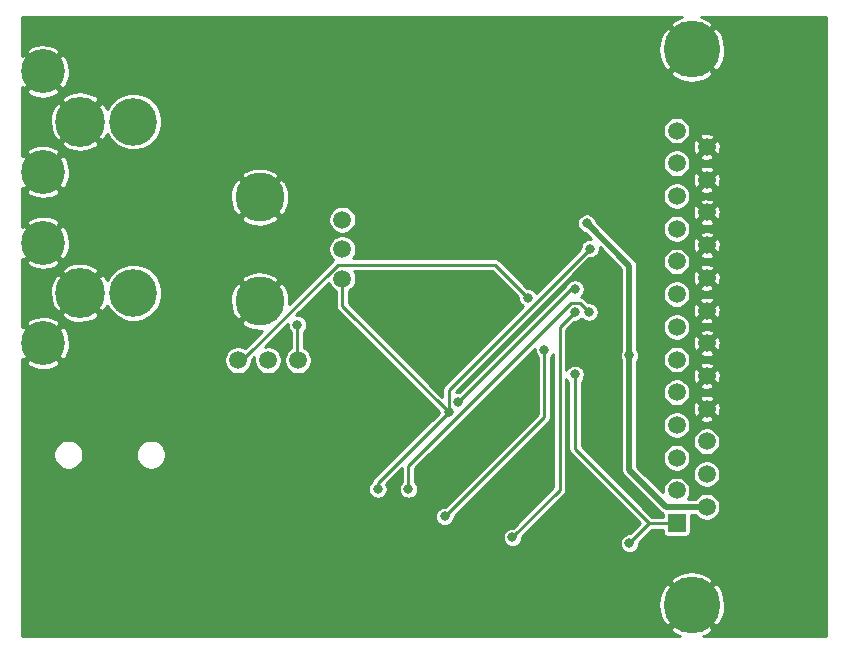
<source format=gbr>
%TF.GenerationSoftware,KiCad,Pcbnew,(5.1.6)-1*%
%TF.CreationDate,2022-10-11T10:20:53-04:00*%
%TF.ProjectId,AP420-renewed,41503432-302d-4726-956e-657765642e6b,rev?*%
%TF.SameCoordinates,Original*%
%TF.FileFunction,Copper,L2,Bot*%
%TF.FilePolarity,Positive*%
%FSLAX46Y46*%
G04 Gerber Fmt 4.6, Leading zero omitted, Abs format (unit mm)*
G04 Created by KiCad (PCBNEW (5.1.6)-1) date 2022-10-11 10:20:53*
%MOMM*%
%LPD*%
G01*
G04 APERTURE LIST*
%TA.AperFunction,ComponentPad*%
%ADD10R,1.500000X1.500000*%
%TD*%
%TA.AperFunction,ComponentPad*%
%ADD11C,1.500000*%
%TD*%
%TA.AperFunction,ComponentPad*%
%ADD12C,4.800000*%
%TD*%
%TA.AperFunction,ComponentPad*%
%ADD13C,4.230000*%
%TD*%
%TA.AperFunction,ComponentPad*%
%ADD14C,4.035000*%
%TD*%
%TA.AperFunction,ComponentPad*%
%ADD15C,3.720000*%
%TD*%
%TA.AperFunction,ComponentPad*%
%ADD16C,4.149000*%
%TD*%
%TA.AperFunction,ViaPad*%
%ADD17C,0.800000*%
%TD*%
%TA.AperFunction,Conductor*%
%ADD18C,0.250000*%
%TD*%
%TA.AperFunction,Conductor*%
%ADD19C,0.500000*%
%TD*%
%TA.AperFunction,Conductor*%
%ADD20C,0.254000*%
%TD*%
G04 APERTURE END LIST*
D10*
%TO.P,J0,1*%
%TO.N,WR*%
X215300000Y-99700000D03*
D11*
%TO.P,J0,2*%
%TO.N,DB0*%
X215300000Y-96930000D03*
%TO.P,J0,3*%
%TO.N,DB1*%
X215300000Y-94160000D03*
%TO.P,J0,4*%
%TO.N,DB2*%
X215300000Y-91390000D03*
%TO.P,J0,5*%
%TO.N,DB3*%
X215300000Y-88620000D03*
%TO.P,J0,6*%
%TO.N,DB4*%
X215300000Y-85850000D03*
%TO.P,J0,7*%
%TO.N,DB5*%
X215300000Y-83080000D03*
%TO.P,J0,8*%
%TO.N,DB6*%
X215300000Y-80310000D03*
%TO.P,J0,9*%
%TO.N,DB7*%
X215300000Y-77540000D03*
%TO.P,J0,10*%
%TO.N,Net-(J0-Pad10)*%
X215300000Y-74770000D03*
%TO.P,J0,11*%
%TO.N,Net-(J0-Pad11)*%
X215300000Y-72000000D03*
%TO.P,J0,12*%
%TO.N,Net-(J0-Pad12)*%
X215300000Y-69230000D03*
%TO.P,J0,13*%
%TO.N,CS*%
X215300000Y-66460000D03*
%TO.P,J0,14*%
%TO.N,VCC*%
X217840000Y-98315000D03*
%TO.P,J0,15*%
%TO.N,Net-(J0-Pad15)*%
X217840000Y-95545000D03*
%TO.P,J0,16*%
%TO.N,Net-(J0-Pad16)*%
X217840000Y-92775000D03*
%TO.P,J0,17*%
%TO.N,GND*%
X217840000Y-90005000D03*
%TO.P,J0,18*%
X217840000Y-87235000D03*
%TO.P,J0,19*%
X217840000Y-84465000D03*
%TO.P,J0,20*%
X217840000Y-81695000D03*
%TO.P,J0,21*%
X217840000Y-78925000D03*
%TO.P,J0,22*%
X217840000Y-76155000D03*
%TO.P,J0,23*%
X217840000Y-73385000D03*
%TO.P,J0,24*%
X217840000Y-70615000D03*
%TO.P,J0,25*%
X217840000Y-67845000D03*
D12*
%TO.P,J0,MH1*%
X216570000Y-106600000D03*
%TO.P,J0,MH2*%
X216570000Y-59560000D03*
%TD*%
D13*
%TO.P,J2,1*%
%TO.N,GND*%
X164800000Y-65700000D03*
D14*
%TO.P,J2,2*%
%TO.N,Net-(J2-Pad2)*%
X169300000Y-65700000D03*
D15*
%TO.P,J2,MH1*%
%TO.N,GND*%
X161650000Y-69950000D03*
%TO.P,J2,MH2*%
X161650000Y-61450000D03*
%TD*%
D13*
%TO.P,J3,1*%
%TO.N,GND*%
X164800000Y-80200000D03*
D14*
%TO.P,J3,2*%
%TO.N,Net-(J3-Pad2)*%
X169300000Y-80200000D03*
D15*
%TO.P,J3,MH1*%
%TO.N,GND*%
X161650000Y-84450000D03*
%TO.P,J3,MH2*%
X161650000Y-75950000D03*
%TD*%
D11*
%TO.P,S1,1*%
%TO.N,Net-(C1-Pad2)*%
X180700000Y-85900000D03*
%TO.P,S1,2*%
%TO.N,RCA-IN*%
X183240000Y-85900000D03*
%TO.P,S1,3*%
%TO.N,MIC-IN*%
X178160000Y-85900000D03*
%TD*%
%TO.P,VR1,1*%
%TO.N,VCENT*%
X187000000Y-79000000D03*
%TO.P,VR1,2*%
%TO.N,Net-(R5-Pad1)*%
X187000000Y-76500000D03*
%TO.P,VR1,3*%
%TO.N,Net-(C1-Pad1)*%
X187000000Y-74000000D03*
D16*
%TO.P,VR1,MH1*%
%TO.N,GND*%
X180000000Y-80900000D03*
%TO.P,VR1,MH2*%
X180000000Y-72100000D03*
%TD*%
D17*
%TO.N,GND*%
X186400000Y-88000000D03*
X184900000Y-97800000D03*
X201900000Y-86900000D03*
X209800000Y-86700000D03*
X194200000Y-85400000D03*
X203100000Y-85800000D03*
X209100000Y-80400000D03*
X199800000Y-79500000D03*
X188900000Y-79600000D03*
X185100000Y-85000000D03*
%TO.N,Net-(C3-Pad1)*%
X196800000Y-89400000D03*
X206700000Y-79875000D03*
%TO.N,VCC*%
X211300000Y-85499996D03*
X207700000Y-74300000D03*
%TO.N,VCENT*%
X196000000Y-90324990D03*
X207962653Y-76462653D03*
X190000000Y-96800000D03*
%TO.N,WR*%
X211300000Y-101400000D03*
X206700000Y-87100000D03*
%TO.N,Net-(J1-Pad1)*%
X201400000Y-100900000D03*
X206700000Y-81800000D03*
%TO.N,Net-(R0-Pad1)*%
X192600000Y-96800000D03*
X207887347Y-81812653D03*
%TO.N,MIC-IN*%
X202700000Y-80600000D03*
%TO.N,Net-(R7-Pad1)*%
X195674846Y-99125154D03*
X204100000Y-85000000D03*
%TO.N,RCA-IN*%
X183200000Y-82900000D03*
%TD*%
D18*
%TO.N,Net-(C3-Pad1)*%
X196800000Y-89400000D02*
X206325000Y-79875000D01*
X206325000Y-79875000D02*
X206700000Y-79875000D01*
D19*
%TO.N,VCC*%
X214415000Y-98315000D02*
X211300000Y-95200000D01*
X217840000Y-98315000D02*
X214415000Y-98315000D01*
X211300000Y-95200000D02*
X211300000Y-85499996D01*
X211300000Y-85499996D02*
X211300000Y-77900000D01*
X211300000Y-77900000D02*
X207700000Y-74300000D01*
D18*
%TO.N,VCENT*%
X196000000Y-90324990D02*
X187000000Y-81324990D01*
X187000000Y-81324990D02*
X187000000Y-79000000D01*
X196000000Y-90324990D02*
X196000000Y-88425306D01*
X196000000Y-88425306D02*
X207962653Y-76462653D01*
X196000000Y-90324990D02*
X190000000Y-96324990D01*
X190000000Y-96324990D02*
X190000000Y-96800000D01*
%TO.N,WR*%
X215300000Y-99700000D02*
X213000000Y-99700000D01*
X213000000Y-99700000D02*
X211300000Y-101400000D01*
X213000000Y-99700000D02*
X206700000Y-93400000D01*
X206700000Y-93400000D02*
X206700000Y-87100000D01*
%TO.N,Net-(J1-Pad1)*%
X201400000Y-100900000D02*
X205400000Y-96900000D01*
X205400000Y-83100000D02*
X206700000Y-81800000D01*
X205400000Y-96900000D02*
X205400000Y-83100000D01*
%TO.N,Net-(R0-Pad1)*%
X207149693Y-81074999D02*
X207887347Y-81812653D01*
X206351999Y-81074999D02*
X207149693Y-81074999D01*
X192600000Y-96800000D02*
X192600000Y-94826998D01*
X192600000Y-94826998D02*
X206351999Y-81074999D01*
%TO.N,MIC-IN*%
X199900000Y-77800000D02*
X202700000Y-80600000D01*
X186608998Y-77800000D02*
X199900000Y-77800000D01*
X178160000Y-85900000D02*
X178508998Y-85900000D01*
X178508998Y-85900000D02*
X186608998Y-77800000D01*
%TO.N,Net-(R7-Pad1)*%
X195674846Y-99125154D02*
X204100000Y-90700000D01*
X204100000Y-90700000D02*
X204100000Y-85000000D01*
%TO.N,RCA-IN*%
X183200000Y-85860000D02*
X183240000Y-85900000D01*
X183200000Y-82900000D02*
X183200000Y-85860000D01*
%TD*%
D20*
%TO.N,GND*%
G36*
X215468627Y-56941522D02*
G01*
X215004705Y-57189492D01*
X214728709Y-57539104D01*
X216570000Y-59380395D01*
X218411291Y-57539104D01*
X218135295Y-57189492D01*
X217642755Y-56929667D01*
X217381604Y-56852000D01*
X227948000Y-56852000D01*
X227948001Y-109248000D01*
X217575929Y-109248000D01*
X217671373Y-109218478D01*
X218135295Y-108970508D01*
X218411291Y-108620896D01*
X216570000Y-106779605D01*
X214728709Y-108620896D01*
X215004705Y-108970508D01*
X215497245Y-109230333D01*
X215556649Y-109248000D01*
X159852000Y-109248000D01*
X159852000Y-106615488D01*
X213729364Y-106615488D01*
X213786968Y-107169371D01*
X213951522Y-107701373D01*
X214199492Y-108165295D01*
X214549104Y-108441291D01*
X216390395Y-106600000D01*
X216749605Y-106600000D01*
X218590896Y-108441291D01*
X218940508Y-108165295D01*
X219200333Y-107672755D01*
X219359076Y-107138990D01*
X219410636Y-106584512D01*
X219353032Y-106030629D01*
X219188478Y-105498627D01*
X218940508Y-105034705D01*
X218590896Y-104758709D01*
X216749605Y-106600000D01*
X216390395Y-106600000D01*
X214549104Y-104758709D01*
X214199492Y-105034705D01*
X213939667Y-105527245D01*
X213780924Y-106061010D01*
X213729364Y-106615488D01*
X159852000Y-106615488D01*
X159852000Y-104579104D01*
X214728709Y-104579104D01*
X216570000Y-106420395D01*
X218411291Y-104579104D01*
X218135295Y-104229492D01*
X217642755Y-103969667D01*
X217108990Y-103810924D01*
X216554512Y-103759364D01*
X216000629Y-103816968D01*
X215468627Y-103981522D01*
X215004705Y-104229492D01*
X214728709Y-104579104D01*
X159852000Y-104579104D01*
X159852000Y-93774226D01*
X162523000Y-93774226D01*
X162523000Y-94025774D01*
X162572074Y-94272487D01*
X162668337Y-94504886D01*
X162808089Y-94714040D01*
X162985960Y-94891911D01*
X163195114Y-95031663D01*
X163427513Y-95127926D01*
X163674226Y-95177000D01*
X163925774Y-95177000D01*
X164172487Y-95127926D01*
X164404886Y-95031663D01*
X164614040Y-94891911D01*
X164791911Y-94714040D01*
X164931663Y-94504886D01*
X165027926Y-94272487D01*
X165077000Y-94025774D01*
X165077000Y-93774226D01*
X169523000Y-93774226D01*
X169523000Y-94025774D01*
X169572074Y-94272487D01*
X169668337Y-94504886D01*
X169808089Y-94714040D01*
X169985960Y-94891911D01*
X170195114Y-95031663D01*
X170427513Y-95127926D01*
X170674226Y-95177000D01*
X170925774Y-95177000D01*
X171172487Y-95127926D01*
X171404886Y-95031663D01*
X171614040Y-94891911D01*
X171791911Y-94714040D01*
X171931663Y-94504886D01*
X172027926Y-94272487D01*
X172077000Y-94025774D01*
X172077000Y-93774226D01*
X172027926Y-93527513D01*
X171931663Y-93295114D01*
X171791911Y-93085960D01*
X171614040Y-92908089D01*
X171404886Y-92768337D01*
X171172487Y-92672074D01*
X170925774Y-92623000D01*
X170674226Y-92623000D01*
X170427513Y-92672074D01*
X170195114Y-92768337D01*
X169985960Y-92908089D01*
X169808089Y-93085960D01*
X169668337Y-93295114D01*
X169572074Y-93527513D01*
X169523000Y-93774226D01*
X165077000Y-93774226D01*
X165027926Y-93527513D01*
X164931663Y-93295114D01*
X164791911Y-93085960D01*
X164614040Y-92908089D01*
X164404886Y-92768337D01*
X164172487Y-92672074D01*
X163925774Y-92623000D01*
X163674226Y-92623000D01*
X163427513Y-92672074D01*
X163195114Y-92768337D01*
X162985960Y-92908089D01*
X162808089Y-93085960D01*
X162668337Y-93295114D01*
X162572074Y-93527513D01*
X162523000Y-93774226D01*
X159852000Y-93774226D01*
X159852000Y-86086693D01*
X160192912Y-86086693D01*
X160404040Y-86380982D01*
X160804697Y-86586954D01*
X161237838Y-86710804D01*
X161686819Y-86747772D01*
X162134384Y-86696438D01*
X162563335Y-86558774D01*
X162895960Y-86380982D01*
X163107088Y-86086693D01*
X161650000Y-84629605D01*
X160192912Y-86086693D01*
X159852000Y-86086693D01*
X159852000Y-85791364D01*
X160013307Y-85907088D01*
X161470395Y-84450000D01*
X161829605Y-84450000D01*
X163286693Y-85907088D01*
X163458158Y-85784076D01*
X176983000Y-85784076D01*
X176983000Y-86015924D01*
X177028231Y-86243318D01*
X177116956Y-86457519D01*
X177245764Y-86650294D01*
X177409706Y-86814236D01*
X177602481Y-86943044D01*
X177816682Y-87031769D01*
X178044076Y-87077000D01*
X178275924Y-87077000D01*
X178503318Y-87031769D01*
X178717519Y-86943044D01*
X178910294Y-86814236D01*
X179074236Y-86650294D01*
X179203044Y-86457519D01*
X179291769Y-86243318D01*
X179337000Y-86015924D01*
X179337000Y-85852642D01*
X179552159Y-85637483D01*
X179523000Y-85784076D01*
X179523000Y-86015924D01*
X179568231Y-86243318D01*
X179656956Y-86457519D01*
X179785764Y-86650294D01*
X179949706Y-86814236D01*
X180142481Y-86943044D01*
X180356682Y-87031769D01*
X180584076Y-87077000D01*
X180815924Y-87077000D01*
X181043318Y-87031769D01*
X181257519Y-86943044D01*
X181450294Y-86814236D01*
X181614236Y-86650294D01*
X181743044Y-86457519D01*
X181831769Y-86243318D01*
X181877000Y-86015924D01*
X181877000Y-85784076D01*
X181831769Y-85556682D01*
X181743044Y-85342481D01*
X181614236Y-85149706D01*
X181450294Y-84985764D01*
X181257519Y-84856956D01*
X181043318Y-84768231D01*
X180815924Y-84723000D01*
X180584076Y-84723000D01*
X180437484Y-84752159D01*
X182373473Y-82816170D01*
X182373000Y-82818548D01*
X182373000Y-82981452D01*
X182404782Y-83141227D01*
X182467123Y-83291731D01*
X182557628Y-83427181D01*
X182648000Y-83517553D01*
X182648001Y-84879995D01*
X182489706Y-84985764D01*
X182325764Y-85149706D01*
X182196956Y-85342481D01*
X182108231Y-85556682D01*
X182063000Y-85784076D01*
X182063000Y-86015924D01*
X182108231Y-86243318D01*
X182196956Y-86457519D01*
X182325764Y-86650294D01*
X182489706Y-86814236D01*
X182682481Y-86943044D01*
X182896682Y-87031769D01*
X183124076Y-87077000D01*
X183355924Y-87077000D01*
X183583318Y-87031769D01*
X183797519Y-86943044D01*
X183990294Y-86814236D01*
X184154236Y-86650294D01*
X184283044Y-86457519D01*
X184371769Y-86243318D01*
X184417000Y-86015924D01*
X184417000Y-85784076D01*
X184371769Y-85556682D01*
X184283044Y-85342481D01*
X184154236Y-85149706D01*
X183990294Y-84985764D01*
X183797519Y-84856956D01*
X183752000Y-84838101D01*
X183752000Y-83517553D01*
X183842372Y-83427181D01*
X183932877Y-83291731D01*
X183995218Y-83141227D01*
X184027000Y-82981452D01*
X184027000Y-82818548D01*
X183995218Y-82658773D01*
X183932877Y-82508269D01*
X183842372Y-82372819D01*
X183727181Y-82257628D01*
X183591731Y-82167123D01*
X183441227Y-82104782D01*
X183281452Y-82073000D01*
X183118548Y-82073000D01*
X183116170Y-82073473D01*
X185864597Y-79325047D01*
X185868231Y-79343318D01*
X185956956Y-79557519D01*
X186085764Y-79750294D01*
X186249706Y-79914236D01*
X186442481Y-80043044D01*
X186448001Y-80045330D01*
X186448000Y-81297884D01*
X186445330Y-81324990D01*
X186448000Y-81352096D01*
X186448000Y-81352098D01*
X186455988Y-81433200D01*
X186487552Y-81537252D01*
X186538809Y-81633148D01*
X186607789Y-81717201D01*
X186628857Y-81734491D01*
X195173000Y-90278636D01*
X195173000Y-90371344D01*
X189628857Y-95915489D01*
X189607789Y-95932779D01*
X189538809Y-96016832D01*
X189487552Y-96112728D01*
X189474215Y-96156696D01*
X189472819Y-96157628D01*
X189357628Y-96272819D01*
X189267123Y-96408269D01*
X189204782Y-96558773D01*
X189173000Y-96718548D01*
X189173000Y-96881452D01*
X189204782Y-97041227D01*
X189267123Y-97191731D01*
X189357628Y-97327181D01*
X189472819Y-97442372D01*
X189608269Y-97532877D01*
X189758773Y-97595218D01*
X189918548Y-97627000D01*
X190081452Y-97627000D01*
X190241227Y-97595218D01*
X190391731Y-97532877D01*
X190527181Y-97442372D01*
X190642372Y-97327181D01*
X190732877Y-97191731D01*
X190795218Y-97041227D01*
X190827000Y-96881452D01*
X190827000Y-96718548D01*
X190795218Y-96558773D01*
X190732877Y-96408269D01*
X190718653Y-96386981D01*
X192048001Y-95057634D01*
X192048000Y-96182447D01*
X191957628Y-96272819D01*
X191867123Y-96408269D01*
X191804782Y-96558773D01*
X191773000Y-96718548D01*
X191773000Y-96881452D01*
X191804782Y-97041227D01*
X191867123Y-97191731D01*
X191957628Y-97327181D01*
X192072819Y-97442372D01*
X192208269Y-97532877D01*
X192358773Y-97595218D01*
X192518548Y-97627000D01*
X192681452Y-97627000D01*
X192841227Y-97595218D01*
X192991731Y-97532877D01*
X193127181Y-97442372D01*
X193242372Y-97327181D01*
X193332877Y-97191731D01*
X193395218Y-97041227D01*
X193427000Y-96881452D01*
X193427000Y-96718548D01*
X193395218Y-96558773D01*
X193332877Y-96408269D01*
X193242372Y-96272819D01*
X193152000Y-96182447D01*
X193152000Y-95055642D01*
X203273000Y-84934643D01*
X203273000Y-85081452D01*
X203304782Y-85241227D01*
X203367123Y-85391731D01*
X203457628Y-85527181D01*
X203548001Y-85617554D01*
X203548000Y-90471354D01*
X195721202Y-98298154D01*
X195593394Y-98298154D01*
X195433619Y-98329936D01*
X195283115Y-98392277D01*
X195147665Y-98482782D01*
X195032474Y-98597973D01*
X194941969Y-98733423D01*
X194879628Y-98883927D01*
X194847846Y-99043702D01*
X194847846Y-99206606D01*
X194879628Y-99366381D01*
X194941969Y-99516885D01*
X195032474Y-99652335D01*
X195147665Y-99767526D01*
X195283115Y-99858031D01*
X195433619Y-99920372D01*
X195593394Y-99952154D01*
X195756298Y-99952154D01*
X195916073Y-99920372D01*
X196066577Y-99858031D01*
X196202027Y-99767526D01*
X196317218Y-99652335D01*
X196407723Y-99516885D01*
X196470064Y-99366381D01*
X196501846Y-99206606D01*
X196501846Y-99078798D01*
X204471154Y-91109492D01*
X204492211Y-91092211D01*
X204561191Y-91008158D01*
X204612448Y-90912263D01*
X204644012Y-90808211D01*
X204652000Y-90727109D01*
X204652000Y-90727107D01*
X204654670Y-90700001D01*
X204652000Y-90672895D01*
X204652000Y-85617553D01*
X204742372Y-85527181D01*
X204832877Y-85391731D01*
X204848001Y-85355219D01*
X204848000Y-96671354D01*
X201446356Y-100073000D01*
X201318548Y-100073000D01*
X201158773Y-100104782D01*
X201008269Y-100167123D01*
X200872819Y-100257628D01*
X200757628Y-100372819D01*
X200667123Y-100508269D01*
X200604782Y-100658773D01*
X200573000Y-100818548D01*
X200573000Y-100981452D01*
X200604782Y-101141227D01*
X200667123Y-101291731D01*
X200757628Y-101427181D01*
X200872819Y-101542372D01*
X201008269Y-101632877D01*
X201158773Y-101695218D01*
X201318548Y-101727000D01*
X201481452Y-101727000D01*
X201641227Y-101695218D01*
X201791731Y-101632877D01*
X201927181Y-101542372D01*
X202042372Y-101427181D01*
X202132877Y-101291731D01*
X202195218Y-101141227D01*
X202227000Y-100981452D01*
X202227000Y-100853644D01*
X205771154Y-97309492D01*
X205792211Y-97292211D01*
X205817668Y-97261191D01*
X205861191Y-97208159D01*
X205912447Y-97112264D01*
X205912448Y-97112263D01*
X205944012Y-97008211D01*
X205952000Y-96927109D01*
X205952000Y-96927099D01*
X205954669Y-96900001D01*
X205952000Y-96872903D01*
X205952000Y-87455221D01*
X205967123Y-87491731D01*
X206057628Y-87627181D01*
X206148001Y-87717554D01*
X206148000Y-93372894D01*
X206145330Y-93400000D01*
X206148000Y-93427106D01*
X206148000Y-93427108D01*
X206155988Y-93508210D01*
X206187552Y-93612262D01*
X206238809Y-93708158D01*
X206307789Y-93792211D01*
X206328857Y-93809501D01*
X212219354Y-99700000D01*
X211346355Y-100573000D01*
X211218548Y-100573000D01*
X211058773Y-100604782D01*
X210908269Y-100667123D01*
X210772819Y-100757628D01*
X210657628Y-100872819D01*
X210567123Y-101008269D01*
X210504782Y-101158773D01*
X210473000Y-101318548D01*
X210473000Y-101481452D01*
X210504782Y-101641227D01*
X210567123Y-101791731D01*
X210657628Y-101927181D01*
X210772819Y-102042372D01*
X210908269Y-102132877D01*
X211058773Y-102195218D01*
X211218548Y-102227000D01*
X211381452Y-102227000D01*
X211541227Y-102195218D01*
X211691731Y-102132877D01*
X211827181Y-102042372D01*
X211942372Y-101927181D01*
X212032877Y-101791731D01*
X212095218Y-101641227D01*
X212127000Y-101481452D01*
X212127000Y-101353645D01*
X213228646Y-100252000D01*
X214120934Y-100252000D01*
X214120934Y-100450000D01*
X214129178Y-100533707D01*
X214153595Y-100614196D01*
X214193245Y-100688376D01*
X214246605Y-100753395D01*
X214311624Y-100806755D01*
X214385804Y-100846405D01*
X214466293Y-100870822D01*
X214550000Y-100879066D01*
X216050000Y-100879066D01*
X216133707Y-100870822D01*
X216214196Y-100846405D01*
X216288376Y-100806755D01*
X216353395Y-100753395D01*
X216406755Y-100688376D01*
X216446405Y-100614196D01*
X216470822Y-100533707D01*
X216479066Y-100450000D01*
X216479066Y-98992000D01*
X216876791Y-98992000D01*
X216925764Y-99065294D01*
X217089706Y-99229236D01*
X217282481Y-99358044D01*
X217496682Y-99446769D01*
X217724076Y-99492000D01*
X217955924Y-99492000D01*
X218183318Y-99446769D01*
X218397519Y-99358044D01*
X218590294Y-99229236D01*
X218754236Y-99065294D01*
X218883044Y-98872519D01*
X218971769Y-98658318D01*
X219017000Y-98430924D01*
X219017000Y-98199076D01*
X218971769Y-97971682D01*
X218883044Y-97757481D01*
X218754236Y-97564706D01*
X218590294Y-97400764D01*
X218397519Y-97271956D01*
X218183318Y-97183231D01*
X217955924Y-97138000D01*
X217724076Y-97138000D01*
X217496682Y-97183231D01*
X217282481Y-97271956D01*
X217089706Y-97400764D01*
X216925764Y-97564706D01*
X216876791Y-97638000D01*
X216242496Y-97638000D01*
X216343044Y-97487519D01*
X216431769Y-97273318D01*
X216477000Y-97045924D01*
X216477000Y-96814076D01*
X216431769Y-96586682D01*
X216343044Y-96372481D01*
X216214236Y-96179706D01*
X216050294Y-96015764D01*
X215857519Y-95886956D01*
X215643318Y-95798231D01*
X215415924Y-95753000D01*
X215184076Y-95753000D01*
X214956682Y-95798231D01*
X214742481Y-95886956D01*
X214549706Y-96015764D01*
X214385764Y-96179706D01*
X214256956Y-96372481D01*
X214168231Y-96586682D01*
X214123000Y-96814076D01*
X214123000Y-97045924D01*
X214127880Y-97070458D01*
X212486498Y-95429076D01*
X216663000Y-95429076D01*
X216663000Y-95660924D01*
X216708231Y-95888318D01*
X216796956Y-96102519D01*
X216925764Y-96295294D01*
X217089706Y-96459236D01*
X217282481Y-96588044D01*
X217496682Y-96676769D01*
X217724076Y-96722000D01*
X217955924Y-96722000D01*
X218183318Y-96676769D01*
X218397519Y-96588044D01*
X218590294Y-96459236D01*
X218754236Y-96295294D01*
X218883044Y-96102519D01*
X218971769Y-95888318D01*
X219017000Y-95660924D01*
X219017000Y-95429076D01*
X218971769Y-95201682D01*
X218883044Y-94987481D01*
X218754236Y-94794706D01*
X218590294Y-94630764D01*
X218397519Y-94501956D01*
X218183318Y-94413231D01*
X217955924Y-94368000D01*
X217724076Y-94368000D01*
X217496682Y-94413231D01*
X217282481Y-94501956D01*
X217089706Y-94630764D01*
X216925764Y-94794706D01*
X216796956Y-94987481D01*
X216708231Y-95201682D01*
X216663000Y-95429076D01*
X212486498Y-95429076D01*
X211977000Y-94919578D01*
X211977000Y-94044076D01*
X214123000Y-94044076D01*
X214123000Y-94275924D01*
X214168231Y-94503318D01*
X214256956Y-94717519D01*
X214385764Y-94910294D01*
X214549706Y-95074236D01*
X214742481Y-95203044D01*
X214956682Y-95291769D01*
X215184076Y-95337000D01*
X215415924Y-95337000D01*
X215643318Y-95291769D01*
X215857519Y-95203044D01*
X216050294Y-95074236D01*
X216214236Y-94910294D01*
X216343044Y-94717519D01*
X216431769Y-94503318D01*
X216477000Y-94275924D01*
X216477000Y-94044076D01*
X216431769Y-93816682D01*
X216343044Y-93602481D01*
X216214236Y-93409706D01*
X216050294Y-93245764D01*
X215857519Y-93116956D01*
X215643318Y-93028231D01*
X215415924Y-92983000D01*
X215184076Y-92983000D01*
X214956682Y-93028231D01*
X214742481Y-93116956D01*
X214549706Y-93245764D01*
X214385764Y-93409706D01*
X214256956Y-93602481D01*
X214168231Y-93816682D01*
X214123000Y-94044076D01*
X211977000Y-94044076D01*
X211977000Y-92659076D01*
X216663000Y-92659076D01*
X216663000Y-92890924D01*
X216708231Y-93118318D01*
X216796956Y-93332519D01*
X216925764Y-93525294D01*
X217089706Y-93689236D01*
X217282481Y-93818044D01*
X217496682Y-93906769D01*
X217724076Y-93952000D01*
X217955924Y-93952000D01*
X218183318Y-93906769D01*
X218397519Y-93818044D01*
X218590294Y-93689236D01*
X218754236Y-93525294D01*
X218883044Y-93332519D01*
X218971769Y-93118318D01*
X219017000Y-92890924D01*
X219017000Y-92659076D01*
X218971769Y-92431682D01*
X218883044Y-92217481D01*
X218754236Y-92024706D01*
X218590294Y-91860764D01*
X218397519Y-91731956D01*
X218183318Y-91643231D01*
X217955924Y-91598000D01*
X217724076Y-91598000D01*
X217496682Y-91643231D01*
X217282481Y-91731956D01*
X217089706Y-91860764D01*
X216925764Y-92024706D01*
X216796956Y-92217481D01*
X216708231Y-92431682D01*
X216663000Y-92659076D01*
X211977000Y-92659076D01*
X211977000Y-91274076D01*
X214123000Y-91274076D01*
X214123000Y-91505924D01*
X214168231Y-91733318D01*
X214256956Y-91947519D01*
X214385764Y-92140294D01*
X214549706Y-92304236D01*
X214742481Y-92433044D01*
X214956682Y-92521769D01*
X215184076Y-92567000D01*
X215415924Y-92567000D01*
X215643318Y-92521769D01*
X215857519Y-92433044D01*
X216050294Y-92304236D01*
X216214236Y-92140294D01*
X216343044Y-91947519D01*
X216431769Y-91733318D01*
X216477000Y-91505924D01*
X216477000Y-91274076D01*
X216431769Y-91046682D01*
X216350422Y-90850292D01*
X217174313Y-90850292D01*
X217251595Y-91030936D01*
X217463051Y-91126015D01*
X217688992Y-91178014D01*
X217920738Y-91184936D01*
X218149380Y-91146512D01*
X218366133Y-91064221D01*
X218428405Y-91030936D01*
X218505687Y-90850292D01*
X217840000Y-90184605D01*
X217174313Y-90850292D01*
X216350422Y-90850292D01*
X216343044Y-90832481D01*
X216214236Y-90639706D01*
X216050294Y-90475764D01*
X215857519Y-90346956D01*
X215643318Y-90258231D01*
X215415924Y-90213000D01*
X215184076Y-90213000D01*
X214956682Y-90258231D01*
X214742481Y-90346956D01*
X214549706Y-90475764D01*
X214385764Y-90639706D01*
X214256956Y-90832481D01*
X214168231Y-91046682D01*
X214123000Y-91274076D01*
X211977000Y-91274076D01*
X211977000Y-90085738D01*
X216660064Y-90085738D01*
X216698488Y-90314380D01*
X216780779Y-90531133D01*
X216814064Y-90593405D01*
X216994708Y-90670687D01*
X217660395Y-90005000D01*
X218019605Y-90005000D01*
X218685292Y-90670687D01*
X218865936Y-90593405D01*
X218961015Y-90381949D01*
X219013014Y-90156008D01*
X219019936Y-89924262D01*
X218981512Y-89695620D01*
X218899221Y-89478867D01*
X218865936Y-89416595D01*
X218685292Y-89339313D01*
X218019605Y-90005000D01*
X217660395Y-90005000D01*
X216994708Y-89339313D01*
X216814064Y-89416595D01*
X216718985Y-89628051D01*
X216666986Y-89853992D01*
X216660064Y-90085738D01*
X211977000Y-90085738D01*
X211977000Y-88504076D01*
X214123000Y-88504076D01*
X214123000Y-88735924D01*
X214168231Y-88963318D01*
X214256956Y-89177519D01*
X214385764Y-89370294D01*
X214549706Y-89534236D01*
X214742481Y-89663044D01*
X214956682Y-89751769D01*
X215184076Y-89797000D01*
X215415924Y-89797000D01*
X215643318Y-89751769D01*
X215857519Y-89663044D01*
X216050294Y-89534236D01*
X216214236Y-89370294D01*
X216343044Y-89177519D01*
X216350421Y-89159708D01*
X217174313Y-89159708D01*
X217840000Y-89825395D01*
X218505687Y-89159708D01*
X218428405Y-88979064D01*
X218216949Y-88883985D01*
X217991008Y-88831986D01*
X217759262Y-88825064D01*
X217530620Y-88863488D01*
X217313867Y-88945779D01*
X217251595Y-88979064D01*
X217174313Y-89159708D01*
X216350421Y-89159708D01*
X216431769Y-88963318D01*
X216477000Y-88735924D01*
X216477000Y-88504076D01*
X216431769Y-88276682D01*
X216350422Y-88080292D01*
X217174313Y-88080292D01*
X217251595Y-88260936D01*
X217463051Y-88356015D01*
X217688992Y-88408014D01*
X217920738Y-88414936D01*
X218149380Y-88376512D01*
X218366133Y-88294221D01*
X218428405Y-88260936D01*
X218505687Y-88080292D01*
X217840000Y-87414605D01*
X217174313Y-88080292D01*
X216350422Y-88080292D01*
X216343044Y-88062481D01*
X216214236Y-87869706D01*
X216050294Y-87705764D01*
X215857519Y-87576956D01*
X215643318Y-87488231D01*
X215415924Y-87443000D01*
X215184076Y-87443000D01*
X214956682Y-87488231D01*
X214742481Y-87576956D01*
X214549706Y-87705764D01*
X214385764Y-87869706D01*
X214256956Y-88062481D01*
X214168231Y-88276682D01*
X214123000Y-88504076D01*
X211977000Y-88504076D01*
X211977000Y-87315738D01*
X216660064Y-87315738D01*
X216698488Y-87544380D01*
X216780779Y-87761133D01*
X216814064Y-87823405D01*
X216994708Y-87900687D01*
X217660395Y-87235000D01*
X218019605Y-87235000D01*
X218685292Y-87900687D01*
X218865936Y-87823405D01*
X218961015Y-87611949D01*
X219013014Y-87386008D01*
X219019936Y-87154262D01*
X218981512Y-86925620D01*
X218899221Y-86708867D01*
X218865936Y-86646595D01*
X218685292Y-86569313D01*
X218019605Y-87235000D01*
X217660395Y-87235000D01*
X216994708Y-86569313D01*
X216814064Y-86646595D01*
X216718985Y-86858051D01*
X216666986Y-87083992D01*
X216660064Y-87315738D01*
X211977000Y-87315738D01*
X211977000Y-85975353D01*
X212032877Y-85891727D01*
X212095218Y-85741223D01*
X212096639Y-85734076D01*
X214123000Y-85734076D01*
X214123000Y-85965924D01*
X214168231Y-86193318D01*
X214256956Y-86407519D01*
X214385764Y-86600294D01*
X214549706Y-86764236D01*
X214742481Y-86893044D01*
X214956682Y-86981769D01*
X215184076Y-87027000D01*
X215415924Y-87027000D01*
X215643318Y-86981769D01*
X215857519Y-86893044D01*
X216050294Y-86764236D01*
X216214236Y-86600294D01*
X216343044Y-86407519D01*
X216350421Y-86389708D01*
X217174313Y-86389708D01*
X217840000Y-87055395D01*
X218505687Y-86389708D01*
X218428405Y-86209064D01*
X218216949Y-86113985D01*
X217991008Y-86061986D01*
X217759262Y-86055064D01*
X217530620Y-86093488D01*
X217313867Y-86175779D01*
X217251595Y-86209064D01*
X217174313Y-86389708D01*
X216350421Y-86389708D01*
X216431769Y-86193318D01*
X216477000Y-85965924D01*
X216477000Y-85734076D01*
X216431769Y-85506682D01*
X216350422Y-85310292D01*
X217174313Y-85310292D01*
X217251595Y-85490936D01*
X217463051Y-85586015D01*
X217688992Y-85638014D01*
X217920738Y-85644936D01*
X218149380Y-85606512D01*
X218366133Y-85524221D01*
X218428405Y-85490936D01*
X218505687Y-85310292D01*
X217840000Y-84644605D01*
X217174313Y-85310292D01*
X216350422Y-85310292D01*
X216343044Y-85292481D01*
X216214236Y-85099706D01*
X216050294Y-84935764D01*
X215857519Y-84806956D01*
X215643318Y-84718231D01*
X215415924Y-84673000D01*
X215184076Y-84673000D01*
X214956682Y-84718231D01*
X214742481Y-84806956D01*
X214549706Y-84935764D01*
X214385764Y-85099706D01*
X214256956Y-85292481D01*
X214168231Y-85506682D01*
X214123000Y-85734076D01*
X212096639Y-85734076D01*
X212127000Y-85581448D01*
X212127000Y-85418544D01*
X212095218Y-85258769D01*
X212032877Y-85108265D01*
X211977000Y-85024639D01*
X211977000Y-84545738D01*
X216660064Y-84545738D01*
X216698488Y-84774380D01*
X216780779Y-84991133D01*
X216814064Y-85053405D01*
X216994708Y-85130687D01*
X217660395Y-84465000D01*
X218019605Y-84465000D01*
X218685292Y-85130687D01*
X218865936Y-85053405D01*
X218961015Y-84841949D01*
X219013014Y-84616008D01*
X219019936Y-84384262D01*
X218981512Y-84155620D01*
X218899221Y-83938867D01*
X218865936Y-83876595D01*
X218685292Y-83799313D01*
X218019605Y-84465000D01*
X217660395Y-84465000D01*
X216994708Y-83799313D01*
X216814064Y-83876595D01*
X216718985Y-84088051D01*
X216666986Y-84313992D01*
X216660064Y-84545738D01*
X211977000Y-84545738D01*
X211977000Y-82964076D01*
X214123000Y-82964076D01*
X214123000Y-83195924D01*
X214168231Y-83423318D01*
X214256956Y-83637519D01*
X214385764Y-83830294D01*
X214549706Y-83994236D01*
X214742481Y-84123044D01*
X214956682Y-84211769D01*
X215184076Y-84257000D01*
X215415924Y-84257000D01*
X215643318Y-84211769D01*
X215857519Y-84123044D01*
X216050294Y-83994236D01*
X216214236Y-83830294D01*
X216343044Y-83637519D01*
X216350421Y-83619708D01*
X217174313Y-83619708D01*
X217840000Y-84285395D01*
X218505687Y-83619708D01*
X218428405Y-83439064D01*
X218216949Y-83343985D01*
X217991008Y-83291986D01*
X217759262Y-83285064D01*
X217530620Y-83323488D01*
X217313867Y-83405779D01*
X217251595Y-83439064D01*
X217174313Y-83619708D01*
X216350421Y-83619708D01*
X216431769Y-83423318D01*
X216477000Y-83195924D01*
X216477000Y-82964076D01*
X216431769Y-82736682D01*
X216350422Y-82540292D01*
X217174313Y-82540292D01*
X217251595Y-82720936D01*
X217463051Y-82816015D01*
X217688992Y-82868014D01*
X217920738Y-82874936D01*
X218149380Y-82836512D01*
X218366133Y-82754221D01*
X218428405Y-82720936D01*
X218505687Y-82540292D01*
X217840000Y-81874605D01*
X217174313Y-82540292D01*
X216350422Y-82540292D01*
X216343044Y-82522481D01*
X216214236Y-82329706D01*
X216050294Y-82165764D01*
X215857519Y-82036956D01*
X215643318Y-81948231D01*
X215415924Y-81903000D01*
X215184076Y-81903000D01*
X214956682Y-81948231D01*
X214742481Y-82036956D01*
X214549706Y-82165764D01*
X214385764Y-82329706D01*
X214256956Y-82522481D01*
X214168231Y-82736682D01*
X214123000Y-82964076D01*
X211977000Y-82964076D01*
X211977000Y-81775738D01*
X216660064Y-81775738D01*
X216698488Y-82004380D01*
X216780779Y-82221133D01*
X216814064Y-82283405D01*
X216994708Y-82360687D01*
X217660395Y-81695000D01*
X218019605Y-81695000D01*
X218685292Y-82360687D01*
X218865936Y-82283405D01*
X218961015Y-82071949D01*
X219013014Y-81846008D01*
X219019936Y-81614262D01*
X218981512Y-81385620D01*
X218899221Y-81168867D01*
X218865936Y-81106595D01*
X218685292Y-81029313D01*
X218019605Y-81695000D01*
X217660395Y-81695000D01*
X216994708Y-81029313D01*
X216814064Y-81106595D01*
X216718985Y-81318051D01*
X216666986Y-81543992D01*
X216660064Y-81775738D01*
X211977000Y-81775738D01*
X211977000Y-80194076D01*
X214123000Y-80194076D01*
X214123000Y-80425924D01*
X214168231Y-80653318D01*
X214256956Y-80867519D01*
X214385764Y-81060294D01*
X214549706Y-81224236D01*
X214742481Y-81353044D01*
X214956682Y-81441769D01*
X215184076Y-81487000D01*
X215415924Y-81487000D01*
X215643318Y-81441769D01*
X215857519Y-81353044D01*
X216050294Y-81224236D01*
X216214236Y-81060294D01*
X216343044Y-80867519D01*
X216350421Y-80849708D01*
X217174313Y-80849708D01*
X217840000Y-81515395D01*
X218505687Y-80849708D01*
X218428405Y-80669064D01*
X218216949Y-80573985D01*
X217991008Y-80521986D01*
X217759262Y-80515064D01*
X217530620Y-80553488D01*
X217313867Y-80635779D01*
X217251595Y-80669064D01*
X217174313Y-80849708D01*
X216350421Y-80849708D01*
X216431769Y-80653318D01*
X216477000Y-80425924D01*
X216477000Y-80194076D01*
X216431769Y-79966682D01*
X216350422Y-79770292D01*
X217174313Y-79770292D01*
X217251595Y-79950936D01*
X217463051Y-80046015D01*
X217688992Y-80098014D01*
X217920738Y-80104936D01*
X218149380Y-80066512D01*
X218366133Y-79984221D01*
X218428405Y-79950936D01*
X218505687Y-79770292D01*
X217840000Y-79104605D01*
X217174313Y-79770292D01*
X216350422Y-79770292D01*
X216343044Y-79752481D01*
X216214236Y-79559706D01*
X216050294Y-79395764D01*
X215857519Y-79266956D01*
X215643318Y-79178231D01*
X215415924Y-79133000D01*
X215184076Y-79133000D01*
X214956682Y-79178231D01*
X214742481Y-79266956D01*
X214549706Y-79395764D01*
X214385764Y-79559706D01*
X214256956Y-79752481D01*
X214168231Y-79966682D01*
X214123000Y-80194076D01*
X211977000Y-80194076D01*
X211977000Y-79005738D01*
X216660064Y-79005738D01*
X216698488Y-79234380D01*
X216780779Y-79451133D01*
X216814064Y-79513405D01*
X216994708Y-79590687D01*
X217660395Y-78925000D01*
X218019605Y-78925000D01*
X218685292Y-79590687D01*
X218865936Y-79513405D01*
X218961015Y-79301949D01*
X219013014Y-79076008D01*
X219019936Y-78844262D01*
X218981512Y-78615620D01*
X218899221Y-78398867D01*
X218865936Y-78336595D01*
X218685292Y-78259313D01*
X218019605Y-78925000D01*
X217660395Y-78925000D01*
X216994708Y-78259313D01*
X216814064Y-78336595D01*
X216718985Y-78548051D01*
X216666986Y-78773992D01*
X216660064Y-79005738D01*
X211977000Y-79005738D01*
X211977000Y-77933252D01*
X211980275Y-77900000D01*
X211967204Y-77767285D01*
X211928492Y-77639670D01*
X211865628Y-77522059D01*
X211802224Y-77444801D01*
X211802222Y-77444799D01*
X211785215Y-77424076D01*
X214123000Y-77424076D01*
X214123000Y-77655924D01*
X214168231Y-77883318D01*
X214256956Y-78097519D01*
X214385764Y-78290294D01*
X214549706Y-78454236D01*
X214742481Y-78583044D01*
X214956682Y-78671769D01*
X215184076Y-78717000D01*
X215415924Y-78717000D01*
X215643318Y-78671769D01*
X215857519Y-78583044D01*
X216050294Y-78454236D01*
X216214236Y-78290294D01*
X216343044Y-78097519D01*
X216350421Y-78079708D01*
X217174313Y-78079708D01*
X217840000Y-78745395D01*
X218505687Y-78079708D01*
X218428405Y-77899064D01*
X218216949Y-77803985D01*
X217991008Y-77751986D01*
X217759262Y-77745064D01*
X217530620Y-77783488D01*
X217313867Y-77865779D01*
X217251595Y-77899064D01*
X217174313Y-78079708D01*
X216350421Y-78079708D01*
X216431769Y-77883318D01*
X216477000Y-77655924D01*
X216477000Y-77424076D01*
X216431769Y-77196682D01*
X216350422Y-77000292D01*
X217174313Y-77000292D01*
X217251595Y-77180936D01*
X217463051Y-77276015D01*
X217688992Y-77328014D01*
X217920738Y-77334936D01*
X218149380Y-77296512D01*
X218366133Y-77214221D01*
X218428405Y-77180936D01*
X218505687Y-77000292D01*
X217840000Y-76334605D01*
X217174313Y-77000292D01*
X216350422Y-77000292D01*
X216343044Y-76982481D01*
X216214236Y-76789706D01*
X216050294Y-76625764D01*
X215857519Y-76496956D01*
X215643318Y-76408231D01*
X215415924Y-76363000D01*
X215184076Y-76363000D01*
X214956682Y-76408231D01*
X214742481Y-76496956D01*
X214549706Y-76625764D01*
X214385764Y-76789706D01*
X214256956Y-76982481D01*
X214168231Y-77196682D01*
X214123000Y-77424076D01*
X211785215Y-77424076D01*
X211781027Y-77418973D01*
X211755201Y-77397778D01*
X210593161Y-76235738D01*
X216660064Y-76235738D01*
X216698488Y-76464380D01*
X216780779Y-76681133D01*
X216814064Y-76743405D01*
X216994708Y-76820687D01*
X217660395Y-76155000D01*
X218019605Y-76155000D01*
X218685292Y-76820687D01*
X218865936Y-76743405D01*
X218961015Y-76531949D01*
X219013014Y-76306008D01*
X219019936Y-76074262D01*
X218981512Y-75845620D01*
X218899221Y-75628867D01*
X218865936Y-75566595D01*
X218685292Y-75489313D01*
X218019605Y-76155000D01*
X217660395Y-76155000D01*
X216994708Y-75489313D01*
X216814064Y-75566595D01*
X216718985Y-75778051D01*
X216666986Y-76003992D01*
X216660064Y-76235738D01*
X210593161Y-76235738D01*
X209011499Y-74654076D01*
X214123000Y-74654076D01*
X214123000Y-74885924D01*
X214168231Y-75113318D01*
X214256956Y-75327519D01*
X214385764Y-75520294D01*
X214549706Y-75684236D01*
X214742481Y-75813044D01*
X214956682Y-75901769D01*
X215184076Y-75947000D01*
X215415924Y-75947000D01*
X215643318Y-75901769D01*
X215857519Y-75813044D01*
X216050294Y-75684236D01*
X216214236Y-75520294D01*
X216343044Y-75327519D01*
X216350421Y-75309708D01*
X217174313Y-75309708D01*
X217840000Y-75975395D01*
X218505687Y-75309708D01*
X218428405Y-75129064D01*
X218216949Y-75033985D01*
X217991008Y-74981986D01*
X217759262Y-74975064D01*
X217530620Y-75013488D01*
X217313867Y-75095779D01*
X217251595Y-75129064D01*
X217174313Y-75309708D01*
X216350421Y-75309708D01*
X216431769Y-75113318D01*
X216477000Y-74885924D01*
X216477000Y-74654076D01*
X216431769Y-74426682D01*
X216350422Y-74230292D01*
X217174313Y-74230292D01*
X217251595Y-74410936D01*
X217463051Y-74506015D01*
X217688992Y-74558014D01*
X217920738Y-74564936D01*
X218149380Y-74526512D01*
X218366133Y-74444221D01*
X218428405Y-74410936D01*
X218505687Y-74230292D01*
X217840000Y-73564605D01*
X217174313Y-74230292D01*
X216350422Y-74230292D01*
X216343044Y-74212481D01*
X216214236Y-74019706D01*
X216050294Y-73855764D01*
X215857519Y-73726956D01*
X215643318Y-73638231D01*
X215415924Y-73593000D01*
X215184076Y-73593000D01*
X214956682Y-73638231D01*
X214742481Y-73726956D01*
X214549706Y-73855764D01*
X214385764Y-74019706D01*
X214256956Y-74212481D01*
X214168231Y-74426682D01*
X214123000Y-74654076D01*
X209011499Y-74654076D01*
X208514840Y-74157418D01*
X208495218Y-74058773D01*
X208432877Y-73908269D01*
X208342372Y-73772819D01*
X208227181Y-73657628D01*
X208091731Y-73567123D01*
X207941227Y-73504782D01*
X207781452Y-73473000D01*
X207618548Y-73473000D01*
X207458773Y-73504782D01*
X207308269Y-73567123D01*
X207172819Y-73657628D01*
X207057628Y-73772819D01*
X206967123Y-73908269D01*
X206904782Y-74058773D01*
X206873000Y-74218548D01*
X206873000Y-74381452D01*
X206904782Y-74541227D01*
X206967123Y-74691731D01*
X207057628Y-74827181D01*
X207172819Y-74942372D01*
X207308269Y-75032877D01*
X207458773Y-75095218D01*
X207557418Y-75114840D01*
X208086705Y-75644127D01*
X208044105Y-75635653D01*
X207881201Y-75635653D01*
X207721426Y-75667435D01*
X207570922Y-75729776D01*
X207435472Y-75820281D01*
X207320281Y-75935472D01*
X207229776Y-76070922D01*
X207167435Y-76221426D01*
X207135653Y-76381201D01*
X207135653Y-76509007D01*
X203433906Y-80210754D01*
X203432877Y-80208269D01*
X203342372Y-80072819D01*
X203227181Y-79957628D01*
X203091731Y-79867123D01*
X202941227Y-79804782D01*
X202781452Y-79773000D01*
X202653645Y-79773000D01*
X200309501Y-77428857D01*
X200292211Y-77407789D01*
X200208158Y-77338809D01*
X200112263Y-77287552D01*
X200008211Y-77255988D01*
X199927109Y-77248000D01*
X199927106Y-77248000D01*
X199900000Y-77245330D01*
X199872894Y-77248000D01*
X187915769Y-77248000D01*
X188043044Y-77057519D01*
X188131769Y-76843318D01*
X188177000Y-76615924D01*
X188177000Y-76384076D01*
X188131769Y-76156682D01*
X188043044Y-75942481D01*
X187914236Y-75749706D01*
X187750294Y-75585764D01*
X187557519Y-75456956D01*
X187343318Y-75368231D01*
X187115924Y-75323000D01*
X186884076Y-75323000D01*
X186656682Y-75368231D01*
X186442481Y-75456956D01*
X186249706Y-75585764D01*
X186085764Y-75749706D01*
X185956956Y-75942481D01*
X185868231Y-76156682D01*
X185823000Y-76384076D01*
X185823000Y-76615924D01*
X185868231Y-76843318D01*
X185956956Y-77057519D01*
X186085764Y-77250294D01*
X186231327Y-77395857D01*
X186216787Y-77407789D01*
X186199506Y-77428846D01*
X182490231Y-81138122D01*
X182513445Y-80871655D01*
X182459620Y-80381851D01*
X182311273Y-79911958D01*
X182105601Y-79527173D01*
X181789334Y-79290271D01*
X180179605Y-80900000D01*
X180193748Y-80914143D01*
X180014143Y-81093748D01*
X180000000Y-81079605D01*
X178390271Y-82689334D01*
X178627173Y-83005601D01*
X179064334Y-83232967D01*
X179537452Y-83370679D01*
X180028345Y-83413445D01*
X180237941Y-83390412D01*
X178749817Y-84878537D01*
X178717519Y-84856956D01*
X178503318Y-84768231D01*
X178275924Y-84723000D01*
X178044076Y-84723000D01*
X177816682Y-84768231D01*
X177602481Y-84856956D01*
X177409706Y-84985764D01*
X177245764Y-85149706D01*
X177116956Y-85342481D01*
X177028231Y-85556682D01*
X176983000Y-85784076D01*
X163458158Y-85784076D01*
X163580982Y-85695960D01*
X163786954Y-85295303D01*
X163910804Y-84862162D01*
X163947772Y-84413181D01*
X163896438Y-83965616D01*
X163758774Y-83536665D01*
X163580982Y-83204040D01*
X163286693Y-82992912D01*
X161829605Y-84450000D01*
X161470395Y-84450000D01*
X160013307Y-82992912D01*
X159852000Y-83108636D01*
X159852000Y-82813307D01*
X160192912Y-82813307D01*
X161650000Y-84270395D01*
X163107088Y-82813307D01*
X162895960Y-82519018D01*
X162495303Y-82313046D01*
X162062162Y-82189196D01*
X161613181Y-82152228D01*
X161165616Y-82203562D01*
X160736665Y-82341226D01*
X160404040Y-82519018D01*
X160192912Y-82813307D01*
X159852000Y-82813307D01*
X159852000Y-82018150D01*
X163161455Y-82018150D01*
X163403222Y-82338565D01*
X163847275Y-82569971D01*
X164327940Y-82710300D01*
X164826745Y-82754159D01*
X165324523Y-82699864D01*
X165802144Y-82549501D01*
X166196778Y-82338565D01*
X166438545Y-82018150D01*
X164800000Y-80379605D01*
X163161455Y-82018150D01*
X159852000Y-82018150D01*
X159852000Y-80226745D01*
X162245841Y-80226745D01*
X162300136Y-80724523D01*
X162450499Y-81202144D01*
X162661435Y-81596778D01*
X162981850Y-81838545D01*
X164620395Y-80200000D01*
X164979605Y-80200000D01*
X166618150Y-81838545D01*
X166938565Y-81596778D01*
X167102418Y-81282355D01*
X167133712Y-81357905D01*
X167401233Y-81758278D01*
X167741722Y-82098767D01*
X168142095Y-82366288D01*
X168586966Y-82550559D01*
X169059238Y-82644500D01*
X169540762Y-82644500D01*
X170013034Y-82550559D01*
X170457905Y-82366288D01*
X170858278Y-82098767D01*
X171198767Y-81758278D01*
X171466288Y-81357905D01*
X171644216Y-80928345D01*
X177486555Y-80928345D01*
X177540380Y-81418149D01*
X177688727Y-81888042D01*
X177894399Y-82272827D01*
X178210666Y-82509729D01*
X179820395Y-80900000D01*
X178210666Y-79290271D01*
X177894399Y-79527173D01*
X177667033Y-79964334D01*
X177529321Y-80437452D01*
X177486555Y-80928345D01*
X171644216Y-80928345D01*
X171650559Y-80913034D01*
X171744500Y-80440762D01*
X171744500Y-79959238D01*
X171650559Y-79486966D01*
X171494691Y-79110666D01*
X178390271Y-79110666D01*
X180000000Y-80720395D01*
X181609729Y-79110666D01*
X181372827Y-78794399D01*
X180935666Y-78567033D01*
X180462548Y-78429321D01*
X179971655Y-78386555D01*
X179481851Y-78440380D01*
X179011958Y-78588727D01*
X178627173Y-78794399D01*
X178390271Y-79110666D01*
X171494691Y-79110666D01*
X171466288Y-79042095D01*
X171198767Y-78641722D01*
X170858278Y-78301233D01*
X170457905Y-78033712D01*
X170013034Y-77849441D01*
X169540762Y-77755500D01*
X169059238Y-77755500D01*
X168586966Y-77849441D01*
X168142095Y-78033712D01*
X167741722Y-78301233D01*
X167401233Y-78641722D01*
X167133712Y-79042095D01*
X167104256Y-79113208D01*
X166938565Y-78803222D01*
X166618150Y-78561455D01*
X164979605Y-80200000D01*
X164620395Y-80200000D01*
X162981850Y-78561455D01*
X162661435Y-78803222D01*
X162430029Y-79247275D01*
X162289700Y-79727940D01*
X162245841Y-80226745D01*
X159852000Y-80226745D01*
X159852000Y-78381850D01*
X163161455Y-78381850D01*
X164800000Y-80020395D01*
X166438545Y-78381850D01*
X166196778Y-78061435D01*
X165752725Y-77830029D01*
X165272060Y-77689700D01*
X164773255Y-77645841D01*
X164275477Y-77700136D01*
X163797856Y-77850499D01*
X163403222Y-78061435D01*
X163161455Y-78381850D01*
X159852000Y-78381850D01*
X159852000Y-77586693D01*
X160192912Y-77586693D01*
X160404040Y-77880982D01*
X160804697Y-78086954D01*
X161237838Y-78210804D01*
X161686819Y-78247772D01*
X162134384Y-78196438D01*
X162563335Y-78058774D01*
X162895960Y-77880982D01*
X163107088Y-77586693D01*
X161650000Y-76129605D01*
X160192912Y-77586693D01*
X159852000Y-77586693D01*
X159852000Y-77291364D01*
X160013307Y-77407088D01*
X161470395Y-75950000D01*
X161829605Y-75950000D01*
X163286693Y-77407088D01*
X163580982Y-77195960D01*
X163786954Y-76795303D01*
X163910804Y-76362162D01*
X163947772Y-75913181D01*
X163896438Y-75465616D01*
X163758774Y-75036665D01*
X163580982Y-74704040D01*
X163286693Y-74492912D01*
X161829605Y-75950000D01*
X161470395Y-75950000D01*
X160013307Y-74492912D01*
X159852000Y-74608636D01*
X159852000Y-74313307D01*
X160192912Y-74313307D01*
X161650000Y-75770395D01*
X163107088Y-74313307D01*
X162895960Y-74019018D01*
X162643699Y-73889334D01*
X178390271Y-73889334D01*
X178627173Y-74205601D01*
X179064334Y-74432967D01*
X179537452Y-74570679D01*
X180028345Y-74613445D01*
X180518149Y-74559620D01*
X180988042Y-74411273D01*
X181372827Y-74205601D01*
X181609729Y-73889334D01*
X181604471Y-73884076D01*
X185823000Y-73884076D01*
X185823000Y-74115924D01*
X185868231Y-74343318D01*
X185956956Y-74557519D01*
X186085764Y-74750294D01*
X186249706Y-74914236D01*
X186442481Y-75043044D01*
X186656682Y-75131769D01*
X186884076Y-75177000D01*
X187115924Y-75177000D01*
X187343318Y-75131769D01*
X187557519Y-75043044D01*
X187750294Y-74914236D01*
X187914236Y-74750294D01*
X188043044Y-74557519D01*
X188131769Y-74343318D01*
X188177000Y-74115924D01*
X188177000Y-73884076D01*
X188131769Y-73656682D01*
X188052678Y-73465738D01*
X216660064Y-73465738D01*
X216698488Y-73694380D01*
X216780779Y-73911133D01*
X216814064Y-73973405D01*
X216994708Y-74050687D01*
X217660395Y-73385000D01*
X218019605Y-73385000D01*
X218685292Y-74050687D01*
X218865936Y-73973405D01*
X218961015Y-73761949D01*
X219013014Y-73536008D01*
X219019936Y-73304262D01*
X218981512Y-73075620D01*
X218899221Y-72858867D01*
X218865936Y-72796595D01*
X218685292Y-72719313D01*
X218019605Y-73385000D01*
X217660395Y-73385000D01*
X216994708Y-72719313D01*
X216814064Y-72796595D01*
X216718985Y-73008051D01*
X216666986Y-73233992D01*
X216660064Y-73465738D01*
X188052678Y-73465738D01*
X188043044Y-73442481D01*
X187914236Y-73249706D01*
X187750294Y-73085764D01*
X187557519Y-72956956D01*
X187343318Y-72868231D01*
X187115924Y-72823000D01*
X186884076Y-72823000D01*
X186656682Y-72868231D01*
X186442481Y-72956956D01*
X186249706Y-73085764D01*
X186085764Y-73249706D01*
X185956956Y-73442481D01*
X185868231Y-73656682D01*
X185823000Y-73884076D01*
X181604471Y-73884076D01*
X180000000Y-72279605D01*
X178390271Y-73889334D01*
X162643699Y-73889334D01*
X162495303Y-73813046D01*
X162062162Y-73689196D01*
X161613181Y-73652228D01*
X161165616Y-73703562D01*
X160736665Y-73841226D01*
X160404040Y-74019018D01*
X160192912Y-74313307D01*
X159852000Y-74313307D01*
X159852000Y-71586693D01*
X160192912Y-71586693D01*
X160404040Y-71880982D01*
X160804697Y-72086954D01*
X161237838Y-72210804D01*
X161686819Y-72247772D01*
X162134384Y-72196438D01*
X162346556Y-72128345D01*
X177486555Y-72128345D01*
X177540380Y-72618149D01*
X177688727Y-73088042D01*
X177894399Y-73472827D01*
X178210666Y-73709729D01*
X179820395Y-72100000D01*
X180179605Y-72100000D01*
X181789334Y-73709729D01*
X182105601Y-73472827D01*
X182332967Y-73035666D01*
X182470679Y-72562548D01*
X182513445Y-72071655D01*
X182492832Y-71884076D01*
X214123000Y-71884076D01*
X214123000Y-72115924D01*
X214168231Y-72343318D01*
X214256956Y-72557519D01*
X214385764Y-72750294D01*
X214549706Y-72914236D01*
X214742481Y-73043044D01*
X214956682Y-73131769D01*
X215184076Y-73177000D01*
X215415924Y-73177000D01*
X215643318Y-73131769D01*
X215857519Y-73043044D01*
X216050294Y-72914236D01*
X216214236Y-72750294D01*
X216343044Y-72557519D01*
X216350421Y-72539708D01*
X217174313Y-72539708D01*
X217840000Y-73205395D01*
X218505687Y-72539708D01*
X218428405Y-72359064D01*
X218216949Y-72263985D01*
X217991008Y-72211986D01*
X217759262Y-72205064D01*
X217530620Y-72243488D01*
X217313867Y-72325779D01*
X217251595Y-72359064D01*
X217174313Y-72539708D01*
X216350421Y-72539708D01*
X216431769Y-72343318D01*
X216477000Y-72115924D01*
X216477000Y-71884076D01*
X216431769Y-71656682D01*
X216350422Y-71460292D01*
X217174313Y-71460292D01*
X217251595Y-71640936D01*
X217463051Y-71736015D01*
X217688992Y-71788014D01*
X217920738Y-71794936D01*
X218149380Y-71756512D01*
X218366133Y-71674221D01*
X218428405Y-71640936D01*
X218505687Y-71460292D01*
X217840000Y-70794605D01*
X217174313Y-71460292D01*
X216350422Y-71460292D01*
X216343044Y-71442481D01*
X216214236Y-71249706D01*
X216050294Y-71085764D01*
X215857519Y-70956956D01*
X215643318Y-70868231D01*
X215415924Y-70823000D01*
X215184076Y-70823000D01*
X214956682Y-70868231D01*
X214742481Y-70956956D01*
X214549706Y-71085764D01*
X214385764Y-71249706D01*
X214256956Y-71442481D01*
X214168231Y-71656682D01*
X214123000Y-71884076D01*
X182492832Y-71884076D01*
X182459620Y-71581851D01*
X182311273Y-71111958D01*
X182105601Y-70727173D01*
X182063635Y-70695738D01*
X216660064Y-70695738D01*
X216698488Y-70924380D01*
X216780779Y-71141133D01*
X216814064Y-71203405D01*
X216994708Y-71280687D01*
X217660395Y-70615000D01*
X218019605Y-70615000D01*
X218685292Y-71280687D01*
X218865936Y-71203405D01*
X218961015Y-70991949D01*
X219013014Y-70766008D01*
X219019936Y-70534262D01*
X218981512Y-70305620D01*
X218899221Y-70088867D01*
X218865936Y-70026595D01*
X218685292Y-69949313D01*
X218019605Y-70615000D01*
X217660395Y-70615000D01*
X216994708Y-69949313D01*
X216814064Y-70026595D01*
X216718985Y-70238051D01*
X216666986Y-70463992D01*
X216660064Y-70695738D01*
X182063635Y-70695738D01*
X181789334Y-70490271D01*
X180179605Y-72100000D01*
X179820395Y-72100000D01*
X178210666Y-70490271D01*
X177894399Y-70727173D01*
X177667033Y-71164334D01*
X177529321Y-71637452D01*
X177486555Y-72128345D01*
X162346556Y-72128345D01*
X162563335Y-72058774D01*
X162895960Y-71880982D01*
X163107088Y-71586693D01*
X161650000Y-70129605D01*
X160192912Y-71586693D01*
X159852000Y-71586693D01*
X159852000Y-71291364D01*
X160013307Y-71407088D01*
X161470395Y-69950000D01*
X161829605Y-69950000D01*
X163286693Y-71407088D01*
X163580982Y-71195960D01*
X163786954Y-70795303D01*
X163910804Y-70362162D01*
X163915044Y-70310666D01*
X178390271Y-70310666D01*
X180000000Y-71920395D01*
X181609729Y-70310666D01*
X181372827Y-69994399D01*
X180935666Y-69767033D01*
X180462548Y-69629321D01*
X179971655Y-69586555D01*
X179481851Y-69640380D01*
X179011958Y-69788727D01*
X178627173Y-69994399D01*
X178390271Y-70310666D01*
X163915044Y-70310666D01*
X163947772Y-69913181D01*
X163896438Y-69465616D01*
X163783618Y-69114076D01*
X214123000Y-69114076D01*
X214123000Y-69345924D01*
X214168231Y-69573318D01*
X214256956Y-69787519D01*
X214385764Y-69980294D01*
X214549706Y-70144236D01*
X214742481Y-70273044D01*
X214956682Y-70361769D01*
X215184076Y-70407000D01*
X215415924Y-70407000D01*
X215643318Y-70361769D01*
X215857519Y-70273044D01*
X216050294Y-70144236D01*
X216214236Y-69980294D01*
X216343044Y-69787519D01*
X216350421Y-69769708D01*
X217174313Y-69769708D01*
X217840000Y-70435395D01*
X218505687Y-69769708D01*
X218428405Y-69589064D01*
X218216949Y-69493985D01*
X217991008Y-69441986D01*
X217759262Y-69435064D01*
X217530620Y-69473488D01*
X217313867Y-69555779D01*
X217251595Y-69589064D01*
X217174313Y-69769708D01*
X216350421Y-69769708D01*
X216431769Y-69573318D01*
X216477000Y-69345924D01*
X216477000Y-69114076D01*
X216431769Y-68886682D01*
X216350422Y-68690292D01*
X217174313Y-68690292D01*
X217251595Y-68870936D01*
X217463051Y-68966015D01*
X217688992Y-69018014D01*
X217920738Y-69024936D01*
X218149380Y-68986512D01*
X218366133Y-68904221D01*
X218428405Y-68870936D01*
X218505687Y-68690292D01*
X217840000Y-68024605D01*
X217174313Y-68690292D01*
X216350422Y-68690292D01*
X216343044Y-68672481D01*
X216214236Y-68479706D01*
X216050294Y-68315764D01*
X215857519Y-68186956D01*
X215643318Y-68098231D01*
X215415924Y-68053000D01*
X215184076Y-68053000D01*
X214956682Y-68098231D01*
X214742481Y-68186956D01*
X214549706Y-68315764D01*
X214385764Y-68479706D01*
X214256956Y-68672481D01*
X214168231Y-68886682D01*
X214123000Y-69114076D01*
X163783618Y-69114076D01*
X163758774Y-69036665D01*
X163580982Y-68704040D01*
X163286693Y-68492912D01*
X161829605Y-69950000D01*
X161470395Y-69950000D01*
X160013307Y-68492912D01*
X159852000Y-68608636D01*
X159852000Y-68313307D01*
X160192912Y-68313307D01*
X161650000Y-69770395D01*
X163107088Y-68313307D01*
X162895960Y-68019018D01*
X162495303Y-67813046D01*
X162062162Y-67689196D01*
X161613181Y-67652228D01*
X161165616Y-67703562D01*
X160736665Y-67841226D01*
X160404040Y-68019018D01*
X160192912Y-68313307D01*
X159852000Y-68313307D01*
X159852000Y-67518150D01*
X163161455Y-67518150D01*
X163403222Y-67838565D01*
X163847275Y-68069971D01*
X164327940Y-68210300D01*
X164826745Y-68254159D01*
X165324523Y-68199864D01*
X165802144Y-68049501D01*
X166196778Y-67838565D01*
X166438545Y-67518150D01*
X164800000Y-65879605D01*
X163161455Y-67518150D01*
X159852000Y-67518150D01*
X159852000Y-65726745D01*
X162245841Y-65726745D01*
X162300136Y-66224523D01*
X162450499Y-66702144D01*
X162661435Y-67096778D01*
X162981850Y-67338545D01*
X164620395Y-65700000D01*
X164979605Y-65700000D01*
X166618150Y-67338545D01*
X166938565Y-67096778D01*
X167102418Y-66782355D01*
X167133712Y-66857905D01*
X167401233Y-67258278D01*
X167741722Y-67598767D01*
X168142095Y-67866288D01*
X168586966Y-68050559D01*
X169059238Y-68144500D01*
X169540762Y-68144500D01*
X170013034Y-68050559D01*
X170314379Y-67925738D01*
X216660064Y-67925738D01*
X216698488Y-68154380D01*
X216780779Y-68371133D01*
X216814064Y-68433405D01*
X216994708Y-68510687D01*
X217660395Y-67845000D01*
X218019605Y-67845000D01*
X218685292Y-68510687D01*
X218865936Y-68433405D01*
X218961015Y-68221949D01*
X219013014Y-67996008D01*
X219019936Y-67764262D01*
X218981512Y-67535620D01*
X218899221Y-67318867D01*
X218865936Y-67256595D01*
X218685292Y-67179313D01*
X218019605Y-67845000D01*
X217660395Y-67845000D01*
X216994708Y-67179313D01*
X216814064Y-67256595D01*
X216718985Y-67468051D01*
X216666986Y-67693992D01*
X216660064Y-67925738D01*
X170314379Y-67925738D01*
X170457905Y-67866288D01*
X170858278Y-67598767D01*
X171198767Y-67258278D01*
X171466288Y-66857905D01*
X171650559Y-66413034D01*
X171664275Y-66344076D01*
X214123000Y-66344076D01*
X214123000Y-66575924D01*
X214168231Y-66803318D01*
X214256956Y-67017519D01*
X214385764Y-67210294D01*
X214549706Y-67374236D01*
X214742481Y-67503044D01*
X214956682Y-67591769D01*
X215184076Y-67637000D01*
X215415924Y-67637000D01*
X215643318Y-67591769D01*
X215857519Y-67503044D01*
X216050294Y-67374236D01*
X216214236Y-67210294D01*
X216343044Y-67017519D01*
X216350421Y-66999708D01*
X217174313Y-66999708D01*
X217840000Y-67665395D01*
X218505687Y-66999708D01*
X218428405Y-66819064D01*
X218216949Y-66723985D01*
X217991008Y-66671986D01*
X217759262Y-66665064D01*
X217530620Y-66703488D01*
X217313867Y-66785779D01*
X217251595Y-66819064D01*
X217174313Y-66999708D01*
X216350421Y-66999708D01*
X216431769Y-66803318D01*
X216477000Y-66575924D01*
X216477000Y-66344076D01*
X216431769Y-66116682D01*
X216343044Y-65902481D01*
X216214236Y-65709706D01*
X216050294Y-65545764D01*
X215857519Y-65416956D01*
X215643318Y-65328231D01*
X215415924Y-65283000D01*
X215184076Y-65283000D01*
X214956682Y-65328231D01*
X214742481Y-65416956D01*
X214549706Y-65545764D01*
X214385764Y-65709706D01*
X214256956Y-65902481D01*
X214168231Y-66116682D01*
X214123000Y-66344076D01*
X171664275Y-66344076D01*
X171744500Y-65940762D01*
X171744500Y-65459238D01*
X171650559Y-64986966D01*
X171466288Y-64542095D01*
X171198767Y-64141722D01*
X170858278Y-63801233D01*
X170457905Y-63533712D01*
X170013034Y-63349441D01*
X169540762Y-63255500D01*
X169059238Y-63255500D01*
X168586966Y-63349441D01*
X168142095Y-63533712D01*
X167741722Y-63801233D01*
X167401233Y-64141722D01*
X167133712Y-64542095D01*
X167104256Y-64613208D01*
X166938565Y-64303222D01*
X166618150Y-64061455D01*
X164979605Y-65700000D01*
X164620395Y-65700000D01*
X162981850Y-64061455D01*
X162661435Y-64303222D01*
X162430029Y-64747275D01*
X162289700Y-65227940D01*
X162245841Y-65726745D01*
X159852000Y-65726745D01*
X159852000Y-63881850D01*
X163161455Y-63881850D01*
X164800000Y-65520395D01*
X166438545Y-63881850D01*
X166196778Y-63561435D01*
X165752725Y-63330029D01*
X165272060Y-63189700D01*
X164773255Y-63145841D01*
X164275477Y-63200136D01*
X163797856Y-63350499D01*
X163403222Y-63561435D01*
X163161455Y-63881850D01*
X159852000Y-63881850D01*
X159852000Y-63086693D01*
X160192912Y-63086693D01*
X160404040Y-63380982D01*
X160804697Y-63586954D01*
X161237838Y-63710804D01*
X161686819Y-63747772D01*
X162134384Y-63696438D01*
X162563335Y-63558774D01*
X162895960Y-63380982D01*
X163107088Y-63086693D01*
X161650000Y-61629605D01*
X160192912Y-63086693D01*
X159852000Y-63086693D01*
X159852000Y-62791364D01*
X160013307Y-62907088D01*
X161470395Y-61450000D01*
X161829605Y-61450000D01*
X163286693Y-62907088D01*
X163580982Y-62695960D01*
X163786954Y-62295303D01*
X163910804Y-61862162D01*
X163933962Y-61580896D01*
X214728709Y-61580896D01*
X215004705Y-61930508D01*
X215497245Y-62190333D01*
X216031010Y-62349076D01*
X216585488Y-62400636D01*
X217139371Y-62343032D01*
X217671373Y-62178478D01*
X218135295Y-61930508D01*
X218411291Y-61580896D01*
X216570000Y-59739605D01*
X214728709Y-61580896D01*
X163933962Y-61580896D01*
X163947772Y-61413181D01*
X163896438Y-60965616D01*
X163758774Y-60536665D01*
X163580982Y-60204040D01*
X163286693Y-59992912D01*
X161829605Y-61450000D01*
X161470395Y-61450000D01*
X160013307Y-59992912D01*
X159852000Y-60108636D01*
X159852000Y-59813307D01*
X160192912Y-59813307D01*
X161650000Y-61270395D01*
X163107088Y-59813307D01*
X162936473Y-59575488D01*
X213729364Y-59575488D01*
X213786968Y-60129371D01*
X213951522Y-60661373D01*
X214199492Y-61125295D01*
X214549104Y-61401291D01*
X216390395Y-59560000D01*
X216749605Y-59560000D01*
X218590896Y-61401291D01*
X218940508Y-61125295D01*
X219200333Y-60632755D01*
X219359076Y-60098990D01*
X219410636Y-59544512D01*
X219353032Y-58990629D01*
X219188478Y-58458627D01*
X218940508Y-57994705D01*
X218590896Y-57718709D01*
X216749605Y-59560000D01*
X216390395Y-59560000D01*
X214549104Y-57718709D01*
X214199492Y-57994705D01*
X213939667Y-58487245D01*
X213780924Y-59021010D01*
X213729364Y-59575488D01*
X162936473Y-59575488D01*
X162895960Y-59519018D01*
X162495303Y-59313046D01*
X162062162Y-59189196D01*
X161613181Y-59152228D01*
X161165616Y-59203562D01*
X160736665Y-59341226D01*
X160404040Y-59519018D01*
X160192912Y-59813307D01*
X159852000Y-59813307D01*
X159852000Y-56852000D01*
X215758051Y-56852000D01*
X215468627Y-56941522D01*
G37*
X215468627Y-56941522D02*
X215004705Y-57189492D01*
X214728709Y-57539104D01*
X216570000Y-59380395D01*
X218411291Y-57539104D01*
X218135295Y-57189492D01*
X217642755Y-56929667D01*
X217381604Y-56852000D01*
X227948000Y-56852000D01*
X227948001Y-109248000D01*
X217575929Y-109248000D01*
X217671373Y-109218478D01*
X218135295Y-108970508D01*
X218411291Y-108620896D01*
X216570000Y-106779605D01*
X214728709Y-108620896D01*
X215004705Y-108970508D01*
X215497245Y-109230333D01*
X215556649Y-109248000D01*
X159852000Y-109248000D01*
X159852000Y-106615488D01*
X213729364Y-106615488D01*
X213786968Y-107169371D01*
X213951522Y-107701373D01*
X214199492Y-108165295D01*
X214549104Y-108441291D01*
X216390395Y-106600000D01*
X216749605Y-106600000D01*
X218590896Y-108441291D01*
X218940508Y-108165295D01*
X219200333Y-107672755D01*
X219359076Y-107138990D01*
X219410636Y-106584512D01*
X219353032Y-106030629D01*
X219188478Y-105498627D01*
X218940508Y-105034705D01*
X218590896Y-104758709D01*
X216749605Y-106600000D01*
X216390395Y-106600000D01*
X214549104Y-104758709D01*
X214199492Y-105034705D01*
X213939667Y-105527245D01*
X213780924Y-106061010D01*
X213729364Y-106615488D01*
X159852000Y-106615488D01*
X159852000Y-104579104D01*
X214728709Y-104579104D01*
X216570000Y-106420395D01*
X218411291Y-104579104D01*
X218135295Y-104229492D01*
X217642755Y-103969667D01*
X217108990Y-103810924D01*
X216554512Y-103759364D01*
X216000629Y-103816968D01*
X215468627Y-103981522D01*
X215004705Y-104229492D01*
X214728709Y-104579104D01*
X159852000Y-104579104D01*
X159852000Y-93774226D01*
X162523000Y-93774226D01*
X162523000Y-94025774D01*
X162572074Y-94272487D01*
X162668337Y-94504886D01*
X162808089Y-94714040D01*
X162985960Y-94891911D01*
X163195114Y-95031663D01*
X163427513Y-95127926D01*
X163674226Y-95177000D01*
X163925774Y-95177000D01*
X164172487Y-95127926D01*
X164404886Y-95031663D01*
X164614040Y-94891911D01*
X164791911Y-94714040D01*
X164931663Y-94504886D01*
X165027926Y-94272487D01*
X165077000Y-94025774D01*
X165077000Y-93774226D01*
X169523000Y-93774226D01*
X169523000Y-94025774D01*
X169572074Y-94272487D01*
X169668337Y-94504886D01*
X169808089Y-94714040D01*
X169985960Y-94891911D01*
X170195114Y-95031663D01*
X170427513Y-95127926D01*
X170674226Y-95177000D01*
X170925774Y-95177000D01*
X171172487Y-95127926D01*
X171404886Y-95031663D01*
X171614040Y-94891911D01*
X171791911Y-94714040D01*
X171931663Y-94504886D01*
X172027926Y-94272487D01*
X172077000Y-94025774D01*
X172077000Y-93774226D01*
X172027926Y-93527513D01*
X171931663Y-93295114D01*
X171791911Y-93085960D01*
X171614040Y-92908089D01*
X171404886Y-92768337D01*
X171172487Y-92672074D01*
X170925774Y-92623000D01*
X170674226Y-92623000D01*
X170427513Y-92672074D01*
X170195114Y-92768337D01*
X169985960Y-92908089D01*
X169808089Y-93085960D01*
X169668337Y-93295114D01*
X169572074Y-93527513D01*
X169523000Y-93774226D01*
X165077000Y-93774226D01*
X165027926Y-93527513D01*
X164931663Y-93295114D01*
X164791911Y-93085960D01*
X164614040Y-92908089D01*
X164404886Y-92768337D01*
X164172487Y-92672074D01*
X163925774Y-92623000D01*
X163674226Y-92623000D01*
X163427513Y-92672074D01*
X163195114Y-92768337D01*
X162985960Y-92908089D01*
X162808089Y-93085960D01*
X162668337Y-93295114D01*
X162572074Y-93527513D01*
X162523000Y-93774226D01*
X159852000Y-93774226D01*
X159852000Y-86086693D01*
X160192912Y-86086693D01*
X160404040Y-86380982D01*
X160804697Y-86586954D01*
X161237838Y-86710804D01*
X161686819Y-86747772D01*
X162134384Y-86696438D01*
X162563335Y-86558774D01*
X162895960Y-86380982D01*
X163107088Y-86086693D01*
X161650000Y-84629605D01*
X160192912Y-86086693D01*
X159852000Y-86086693D01*
X159852000Y-85791364D01*
X160013307Y-85907088D01*
X161470395Y-84450000D01*
X161829605Y-84450000D01*
X163286693Y-85907088D01*
X163458158Y-85784076D01*
X176983000Y-85784076D01*
X176983000Y-86015924D01*
X177028231Y-86243318D01*
X177116956Y-86457519D01*
X177245764Y-86650294D01*
X177409706Y-86814236D01*
X177602481Y-86943044D01*
X177816682Y-87031769D01*
X178044076Y-87077000D01*
X178275924Y-87077000D01*
X178503318Y-87031769D01*
X178717519Y-86943044D01*
X178910294Y-86814236D01*
X179074236Y-86650294D01*
X179203044Y-86457519D01*
X179291769Y-86243318D01*
X179337000Y-86015924D01*
X179337000Y-85852642D01*
X179552159Y-85637483D01*
X179523000Y-85784076D01*
X179523000Y-86015924D01*
X179568231Y-86243318D01*
X179656956Y-86457519D01*
X179785764Y-86650294D01*
X179949706Y-86814236D01*
X180142481Y-86943044D01*
X180356682Y-87031769D01*
X180584076Y-87077000D01*
X180815924Y-87077000D01*
X181043318Y-87031769D01*
X181257519Y-86943044D01*
X181450294Y-86814236D01*
X181614236Y-86650294D01*
X181743044Y-86457519D01*
X181831769Y-86243318D01*
X181877000Y-86015924D01*
X181877000Y-85784076D01*
X181831769Y-85556682D01*
X181743044Y-85342481D01*
X181614236Y-85149706D01*
X181450294Y-84985764D01*
X181257519Y-84856956D01*
X181043318Y-84768231D01*
X180815924Y-84723000D01*
X180584076Y-84723000D01*
X180437484Y-84752159D01*
X182373473Y-82816170D01*
X182373000Y-82818548D01*
X182373000Y-82981452D01*
X182404782Y-83141227D01*
X182467123Y-83291731D01*
X182557628Y-83427181D01*
X182648000Y-83517553D01*
X182648001Y-84879995D01*
X182489706Y-84985764D01*
X182325764Y-85149706D01*
X182196956Y-85342481D01*
X182108231Y-85556682D01*
X182063000Y-85784076D01*
X182063000Y-86015924D01*
X182108231Y-86243318D01*
X182196956Y-86457519D01*
X182325764Y-86650294D01*
X182489706Y-86814236D01*
X182682481Y-86943044D01*
X182896682Y-87031769D01*
X183124076Y-87077000D01*
X183355924Y-87077000D01*
X183583318Y-87031769D01*
X183797519Y-86943044D01*
X183990294Y-86814236D01*
X184154236Y-86650294D01*
X184283044Y-86457519D01*
X184371769Y-86243318D01*
X184417000Y-86015924D01*
X184417000Y-85784076D01*
X184371769Y-85556682D01*
X184283044Y-85342481D01*
X184154236Y-85149706D01*
X183990294Y-84985764D01*
X183797519Y-84856956D01*
X183752000Y-84838101D01*
X183752000Y-83517553D01*
X183842372Y-83427181D01*
X183932877Y-83291731D01*
X183995218Y-83141227D01*
X184027000Y-82981452D01*
X184027000Y-82818548D01*
X183995218Y-82658773D01*
X183932877Y-82508269D01*
X183842372Y-82372819D01*
X183727181Y-82257628D01*
X183591731Y-82167123D01*
X183441227Y-82104782D01*
X183281452Y-82073000D01*
X183118548Y-82073000D01*
X183116170Y-82073473D01*
X185864597Y-79325047D01*
X185868231Y-79343318D01*
X185956956Y-79557519D01*
X186085764Y-79750294D01*
X186249706Y-79914236D01*
X186442481Y-80043044D01*
X186448001Y-80045330D01*
X186448000Y-81297884D01*
X186445330Y-81324990D01*
X186448000Y-81352096D01*
X186448000Y-81352098D01*
X186455988Y-81433200D01*
X186487552Y-81537252D01*
X186538809Y-81633148D01*
X186607789Y-81717201D01*
X186628857Y-81734491D01*
X195173000Y-90278636D01*
X195173000Y-90371344D01*
X189628857Y-95915489D01*
X189607789Y-95932779D01*
X189538809Y-96016832D01*
X189487552Y-96112728D01*
X189474215Y-96156696D01*
X189472819Y-96157628D01*
X189357628Y-96272819D01*
X189267123Y-96408269D01*
X189204782Y-96558773D01*
X189173000Y-96718548D01*
X189173000Y-96881452D01*
X189204782Y-97041227D01*
X189267123Y-97191731D01*
X189357628Y-97327181D01*
X189472819Y-97442372D01*
X189608269Y-97532877D01*
X189758773Y-97595218D01*
X189918548Y-97627000D01*
X190081452Y-97627000D01*
X190241227Y-97595218D01*
X190391731Y-97532877D01*
X190527181Y-97442372D01*
X190642372Y-97327181D01*
X190732877Y-97191731D01*
X190795218Y-97041227D01*
X190827000Y-96881452D01*
X190827000Y-96718548D01*
X190795218Y-96558773D01*
X190732877Y-96408269D01*
X190718653Y-96386981D01*
X192048001Y-95057634D01*
X192048000Y-96182447D01*
X191957628Y-96272819D01*
X191867123Y-96408269D01*
X191804782Y-96558773D01*
X191773000Y-96718548D01*
X191773000Y-96881452D01*
X191804782Y-97041227D01*
X191867123Y-97191731D01*
X191957628Y-97327181D01*
X192072819Y-97442372D01*
X192208269Y-97532877D01*
X192358773Y-97595218D01*
X192518548Y-97627000D01*
X192681452Y-97627000D01*
X192841227Y-97595218D01*
X192991731Y-97532877D01*
X193127181Y-97442372D01*
X193242372Y-97327181D01*
X193332877Y-97191731D01*
X193395218Y-97041227D01*
X193427000Y-96881452D01*
X193427000Y-96718548D01*
X193395218Y-96558773D01*
X193332877Y-96408269D01*
X193242372Y-96272819D01*
X193152000Y-96182447D01*
X193152000Y-95055642D01*
X203273000Y-84934643D01*
X203273000Y-85081452D01*
X203304782Y-85241227D01*
X203367123Y-85391731D01*
X203457628Y-85527181D01*
X203548001Y-85617554D01*
X203548000Y-90471354D01*
X195721202Y-98298154D01*
X195593394Y-98298154D01*
X195433619Y-98329936D01*
X195283115Y-98392277D01*
X195147665Y-98482782D01*
X195032474Y-98597973D01*
X194941969Y-98733423D01*
X194879628Y-98883927D01*
X194847846Y-99043702D01*
X194847846Y-99206606D01*
X194879628Y-99366381D01*
X194941969Y-99516885D01*
X195032474Y-99652335D01*
X195147665Y-99767526D01*
X195283115Y-99858031D01*
X195433619Y-99920372D01*
X195593394Y-99952154D01*
X195756298Y-99952154D01*
X195916073Y-99920372D01*
X196066577Y-99858031D01*
X196202027Y-99767526D01*
X196317218Y-99652335D01*
X196407723Y-99516885D01*
X196470064Y-99366381D01*
X196501846Y-99206606D01*
X196501846Y-99078798D01*
X204471154Y-91109492D01*
X204492211Y-91092211D01*
X204561191Y-91008158D01*
X204612448Y-90912263D01*
X204644012Y-90808211D01*
X204652000Y-90727109D01*
X204652000Y-90727107D01*
X204654670Y-90700001D01*
X204652000Y-90672895D01*
X204652000Y-85617553D01*
X204742372Y-85527181D01*
X204832877Y-85391731D01*
X204848001Y-85355219D01*
X204848000Y-96671354D01*
X201446356Y-100073000D01*
X201318548Y-100073000D01*
X201158773Y-100104782D01*
X201008269Y-100167123D01*
X200872819Y-100257628D01*
X200757628Y-100372819D01*
X200667123Y-100508269D01*
X200604782Y-100658773D01*
X200573000Y-100818548D01*
X200573000Y-100981452D01*
X200604782Y-101141227D01*
X200667123Y-101291731D01*
X200757628Y-101427181D01*
X200872819Y-101542372D01*
X201008269Y-101632877D01*
X201158773Y-101695218D01*
X201318548Y-101727000D01*
X201481452Y-101727000D01*
X201641227Y-101695218D01*
X201791731Y-101632877D01*
X201927181Y-101542372D01*
X202042372Y-101427181D01*
X202132877Y-101291731D01*
X202195218Y-101141227D01*
X202227000Y-100981452D01*
X202227000Y-100853644D01*
X205771154Y-97309492D01*
X205792211Y-97292211D01*
X205817668Y-97261191D01*
X205861191Y-97208159D01*
X205912447Y-97112264D01*
X205912448Y-97112263D01*
X205944012Y-97008211D01*
X205952000Y-96927109D01*
X205952000Y-96927099D01*
X205954669Y-96900001D01*
X205952000Y-96872903D01*
X205952000Y-87455221D01*
X205967123Y-87491731D01*
X206057628Y-87627181D01*
X206148001Y-87717554D01*
X206148000Y-93372894D01*
X206145330Y-93400000D01*
X206148000Y-93427106D01*
X206148000Y-93427108D01*
X206155988Y-93508210D01*
X206187552Y-93612262D01*
X206238809Y-93708158D01*
X206307789Y-93792211D01*
X206328857Y-93809501D01*
X212219354Y-99700000D01*
X211346355Y-100573000D01*
X211218548Y-100573000D01*
X211058773Y-100604782D01*
X210908269Y-100667123D01*
X210772819Y-100757628D01*
X210657628Y-100872819D01*
X210567123Y-101008269D01*
X210504782Y-101158773D01*
X210473000Y-101318548D01*
X210473000Y-101481452D01*
X210504782Y-101641227D01*
X210567123Y-101791731D01*
X210657628Y-101927181D01*
X210772819Y-102042372D01*
X210908269Y-102132877D01*
X211058773Y-102195218D01*
X211218548Y-102227000D01*
X211381452Y-102227000D01*
X211541227Y-102195218D01*
X211691731Y-102132877D01*
X211827181Y-102042372D01*
X211942372Y-101927181D01*
X212032877Y-101791731D01*
X212095218Y-101641227D01*
X212127000Y-101481452D01*
X212127000Y-101353645D01*
X213228646Y-100252000D01*
X214120934Y-100252000D01*
X214120934Y-100450000D01*
X214129178Y-100533707D01*
X214153595Y-100614196D01*
X214193245Y-100688376D01*
X214246605Y-100753395D01*
X214311624Y-100806755D01*
X214385804Y-100846405D01*
X214466293Y-100870822D01*
X214550000Y-100879066D01*
X216050000Y-100879066D01*
X216133707Y-100870822D01*
X216214196Y-100846405D01*
X216288376Y-100806755D01*
X216353395Y-100753395D01*
X216406755Y-100688376D01*
X216446405Y-100614196D01*
X216470822Y-100533707D01*
X216479066Y-100450000D01*
X216479066Y-98992000D01*
X216876791Y-98992000D01*
X216925764Y-99065294D01*
X217089706Y-99229236D01*
X217282481Y-99358044D01*
X217496682Y-99446769D01*
X217724076Y-99492000D01*
X217955924Y-99492000D01*
X218183318Y-99446769D01*
X218397519Y-99358044D01*
X218590294Y-99229236D01*
X218754236Y-99065294D01*
X218883044Y-98872519D01*
X218971769Y-98658318D01*
X219017000Y-98430924D01*
X219017000Y-98199076D01*
X218971769Y-97971682D01*
X218883044Y-97757481D01*
X218754236Y-97564706D01*
X218590294Y-97400764D01*
X218397519Y-97271956D01*
X218183318Y-97183231D01*
X217955924Y-97138000D01*
X217724076Y-97138000D01*
X217496682Y-97183231D01*
X217282481Y-97271956D01*
X217089706Y-97400764D01*
X216925764Y-97564706D01*
X216876791Y-97638000D01*
X216242496Y-97638000D01*
X216343044Y-97487519D01*
X216431769Y-97273318D01*
X216477000Y-97045924D01*
X216477000Y-96814076D01*
X216431769Y-96586682D01*
X216343044Y-96372481D01*
X216214236Y-96179706D01*
X216050294Y-96015764D01*
X215857519Y-95886956D01*
X215643318Y-95798231D01*
X215415924Y-95753000D01*
X215184076Y-95753000D01*
X214956682Y-95798231D01*
X214742481Y-95886956D01*
X214549706Y-96015764D01*
X214385764Y-96179706D01*
X214256956Y-96372481D01*
X214168231Y-96586682D01*
X214123000Y-96814076D01*
X214123000Y-97045924D01*
X214127880Y-97070458D01*
X212486498Y-95429076D01*
X216663000Y-95429076D01*
X216663000Y-95660924D01*
X216708231Y-95888318D01*
X216796956Y-96102519D01*
X216925764Y-96295294D01*
X217089706Y-96459236D01*
X217282481Y-96588044D01*
X217496682Y-96676769D01*
X217724076Y-96722000D01*
X217955924Y-96722000D01*
X218183318Y-96676769D01*
X218397519Y-96588044D01*
X218590294Y-96459236D01*
X218754236Y-96295294D01*
X218883044Y-96102519D01*
X218971769Y-95888318D01*
X219017000Y-95660924D01*
X219017000Y-95429076D01*
X218971769Y-95201682D01*
X218883044Y-94987481D01*
X218754236Y-94794706D01*
X218590294Y-94630764D01*
X218397519Y-94501956D01*
X218183318Y-94413231D01*
X217955924Y-94368000D01*
X217724076Y-94368000D01*
X217496682Y-94413231D01*
X217282481Y-94501956D01*
X217089706Y-94630764D01*
X216925764Y-94794706D01*
X216796956Y-94987481D01*
X216708231Y-95201682D01*
X216663000Y-95429076D01*
X212486498Y-95429076D01*
X211977000Y-94919578D01*
X211977000Y-94044076D01*
X214123000Y-94044076D01*
X214123000Y-94275924D01*
X214168231Y-94503318D01*
X214256956Y-94717519D01*
X214385764Y-94910294D01*
X214549706Y-95074236D01*
X214742481Y-95203044D01*
X214956682Y-95291769D01*
X215184076Y-95337000D01*
X215415924Y-95337000D01*
X215643318Y-95291769D01*
X215857519Y-95203044D01*
X216050294Y-95074236D01*
X216214236Y-94910294D01*
X216343044Y-94717519D01*
X216431769Y-94503318D01*
X216477000Y-94275924D01*
X216477000Y-94044076D01*
X216431769Y-93816682D01*
X216343044Y-93602481D01*
X216214236Y-93409706D01*
X216050294Y-93245764D01*
X215857519Y-93116956D01*
X215643318Y-93028231D01*
X215415924Y-92983000D01*
X215184076Y-92983000D01*
X214956682Y-93028231D01*
X214742481Y-93116956D01*
X214549706Y-93245764D01*
X214385764Y-93409706D01*
X214256956Y-93602481D01*
X214168231Y-93816682D01*
X214123000Y-94044076D01*
X211977000Y-94044076D01*
X211977000Y-92659076D01*
X216663000Y-92659076D01*
X216663000Y-92890924D01*
X216708231Y-93118318D01*
X216796956Y-93332519D01*
X216925764Y-93525294D01*
X217089706Y-93689236D01*
X217282481Y-93818044D01*
X217496682Y-93906769D01*
X217724076Y-93952000D01*
X217955924Y-93952000D01*
X218183318Y-93906769D01*
X218397519Y-93818044D01*
X218590294Y-93689236D01*
X218754236Y-93525294D01*
X218883044Y-93332519D01*
X218971769Y-93118318D01*
X219017000Y-92890924D01*
X219017000Y-92659076D01*
X218971769Y-92431682D01*
X218883044Y-92217481D01*
X218754236Y-92024706D01*
X218590294Y-91860764D01*
X218397519Y-91731956D01*
X218183318Y-91643231D01*
X217955924Y-91598000D01*
X217724076Y-91598000D01*
X217496682Y-91643231D01*
X217282481Y-91731956D01*
X217089706Y-91860764D01*
X216925764Y-92024706D01*
X216796956Y-92217481D01*
X216708231Y-92431682D01*
X216663000Y-92659076D01*
X211977000Y-92659076D01*
X211977000Y-91274076D01*
X214123000Y-91274076D01*
X214123000Y-91505924D01*
X214168231Y-91733318D01*
X214256956Y-91947519D01*
X214385764Y-92140294D01*
X214549706Y-92304236D01*
X214742481Y-92433044D01*
X214956682Y-92521769D01*
X215184076Y-92567000D01*
X215415924Y-92567000D01*
X215643318Y-92521769D01*
X215857519Y-92433044D01*
X216050294Y-92304236D01*
X216214236Y-92140294D01*
X216343044Y-91947519D01*
X216431769Y-91733318D01*
X216477000Y-91505924D01*
X216477000Y-91274076D01*
X216431769Y-91046682D01*
X216350422Y-90850292D01*
X217174313Y-90850292D01*
X217251595Y-91030936D01*
X217463051Y-91126015D01*
X217688992Y-91178014D01*
X217920738Y-91184936D01*
X218149380Y-91146512D01*
X218366133Y-91064221D01*
X218428405Y-91030936D01*
X218505687Y-90850292D01*
X217840000Y-90184605D01*
X217174313Y-90850292D01*
X216350422Y-90850292D01*
X216343044Y-90832481D01*
X216214236Y-90639706D01*
X216050294Y-90475764D01*
X215857519Y-90346956D01*
X215643318Y-90258231D01*
X215415924Y-90213000D01*
X215184076Y-90213000D01*
X214956682Y-90258231D01*
X214742481Y-90346956D01*
X214549706Y-90475764D01*
X214385764Y-90639706D01*
X214256956Y-90832481D01*
X214168231Y-91046682D01*
X214123000Y-91274076D01*
X211977000Y-91274076D01*
X211977000Y-90085738D01*
X216660064Y-90085738D01*
X216698488Y-90314380D01*
X216780779Y-90531133D01*
X216814064Y-90593405D01*
X216994708Y-90670687D01*
X217660395Y-90005000D01*
X218019605Y-90005000D01*
X218685292Y-90670687D01*
X218865936Y-90593405D01*
X218961015Y-90381949D01*
X219013014Y-90156008D01*
X219019936Y-89924262D01*
X218981512Y-89695620D01*
X218899221Y-89478867D01*
X218865936Y-89416595D01*
X218685292Y-89339313D01*
X218019605Y-90005000D01*
X217660395Y-90005000D01*
X216994708Y-89339313D01*
X216814064Y-89416595D01*
X216718985Y-89628051D01*
X216666986Y-89853992D01*
X216660064Y-90085738D01*
X211977000Y-90085738D01*
X211977000Y-88504076D01*
X214123000Y-88504076D01*
X214123000Y-88735924D01*
X214168231Y-88963318D01*
X214256956Y-89177519D01*
X214385764Y-89370294D01*
X214549706Y-89534236D01*
X214742481Y-89663044D01*
X214956682Y-89751769D01*
X215184076Y-89797000D01*
X215415924Y-89797000D01*
X215643318Y-89751769D01*
X215857519Y-89663044D01*
X216050294Y-89534236D01*
X216214236Y-89370294D01*
X216343044Y-89177519D01*
X216350421Y-89159708D01*
X217174313Y-89159708D01*
X217840000Y-89825395D01*
X218505687Y-89159708D01*
X218428405Y-88979064D01*
X218216949Y-88883985D01*
X217991008Y-88831986D01*
X217759262Y-88825064D01*
X217530620Y-88863488D01*
X217313867Y-88945779D01*
X217251595Y-88979064D01*
X217174313Y-89159708D01*
X216350421Y-89159708D01*
X216431769Y-88963318D01*
X216477000Y-88735924D01*
X216477000Y-88504076D01*
X216431769Y-88276682D01*
X216350422Y-88080292D01*
X217174313Y-88080292D01*
X217251595Y-88260936D01*
X217463051Y-88356015D01*
X217688992Y-88408014D01*
X217920738Y-88414936D01*
X218149380Y-88376512D01*
X218366133Y-88294221D01*
X218428405Y-88260936D01*
X218505687Y-88080292D01*
X217840000Y-87414605D01*
X217174313Y-88080292D01*
X216350422Y-88080292D01*
X216343044Y-88062481D01*
X216214236Y-87869706D01*
X216050294Y-87705764D01*
X215857519Y-87576956D01*
X215643318Y-87488231D01*
X215415924Y-87443000D01*
X215184076Y-87443000D01*
X214956682Y-87488231D01*
X214742481Y-87576956D01*
X214549706Y-87705764D01*
X214385764Y-87869706D01*
X214256956Y-88062481D01*
X214168231Y-88276682D01*
X214123000Y-88504076D01*
X211977000Y-88504076D01*
X211977000Y-87315738D01*
X216660064Y-87315738D01*
X216698488Y-87544380D01*
X216780779Y-87761133D01*
X216814064Y-87823405D01*
X216994708Y-87900687D01*
X217660395Y-87235000D01*
X218019605Y-87235000D01*
X218685292Y-87900687D01*
X218865936Y-87823405D01*
X218961015Y-87611949D01*
X219013014Y-87386008D01*
X219019936Y-87154262D01*
X218981512Y-86925620D01*
X218899221Y-86708867D01*
X218865936Y-86646595D01*
X218685292Y-86569313D01*
X218019605Y-87235000D01*
X217660395Y-87235000D01*
X216994708Y-86569313D01*
X216814064Y-86646595D01*
X216718985Y-86858051D01*
X216666986Y-87083992D01*
X216660064Y-87315738D01*
X211977000Y-87315738D01*
X211977000Y-85975353D01*
X212032877Y-85891727D01*
X212095218Y-85741223D01*
X212096639Y-85734076D01*
X214123000Y-85734076D01*
X214123000Y-85965924D01*
X214168231Y-86193318D01*
X214256956Y-86407519D01*
X214385764Y-86600294D01*
X214549706Y-86764236D01*
X214742481Y-86893044D01*
X214956682Y-86981769D01*
X215184076Y-87027000D01*
X215415924Y-87027000D01*
X215643318Y-86981769D01*
X215857519Y-86893044D01*
X216050294Y-86764236D01*
X216214236Y-86600294D01*
X216343044Y-86407519D01*
X216350421Y-86389708D01*
X217174313Y-86389708D01*
X217840000Y-87055395D01*
X218505687Y-86389708D01*
X218428405Y-86209064D01*
X218216949Y-86113985D01*
X217991008Y-86061986D01*
X217759262Y-86055064D01*
X217530620Y-86093488D01*
X217313867Y-86175779D01*
X217251595Y-86209064D01*
X217174313Y-86389708D01*
X216350421Y-86389708D01*
X216431769Y-86193318D01*
X216477000Y-85965924D01*
X216477000Y-85734076D01*
X216431769Y-85506682D01*
X216350422Y-85310292D01*
X217174313Y-85310292D01*
X217251595Y-85490936D01*
X217463051Y-85586015D01*
X217688992Y-85638014D01*
X217920738Y-85644936D01*
X218149380Y-85606512D01*
X218366133Y-85524221D01*
X218428405Y-85490936D01*
X218505687Y-85310292D01*
X217840000Y-84644605D01*
X217174313Y-85310292D01*
X216350422Y-85310292D01*
X216343044Y-85292481D01*
X216214236Y-85099706D01*
X216050294Y-84935764D01*
X215857519Y-84806956D01*
X215643318Y-84718231D01*
X215415924Y-84673000D01*
X215184076Y-84673000D01*
X214956682Y-84718231D01*
X214742481Y-84806956D01*
X214549706Y-84935764D01*
X214385764Y-85099706D01*
X214256956Y-85292481D01*
X214168231Y-85506682D01*
X214123000Y-85734076D01*
X212096639Y-85734076D01*
X212127000Y-85581448D01*
X212127000Y-85418544D01*
X212095218Y-85258769D01*
X212032877Y-85108265D01*
X211977000Y-85024639D01*
X211977000Y-84545738D01*
X216660064Y-84545738D01*
X216698488Y-84774380D01*
X216780779Y-84991133D01*
X216814064Y-85053405D01*
X216994708Y-85130687D01*
X217660395Y-84465000D01*
X218019605Y-84465000D01*
X218685292Y-85130687D01*
X218865936Y-85053405D01*
X218961015Y-84841949D01*
X219013014Y-84616008D01*
X219019936Y-84384262D01*
X218981512Y-84155620D01*
X218899221Y-83938867D01*
X218865936Y-83876595D01*
X218685292Y-83799313D01*
X218019605Y-84465000D01*
X217660395Y-84465000D01*
X216994708Y-83799313D01*
X216814064Y-83876595D01*
X216718985Y-84088051D01*
X216666986Y-84313992D01*
X216660064Y-84545738D01*
X211977000Y-84545738D01*
X211977000Y-82964076D01*
X214123000Y-82964076D01*
X214123000Y-83195924D01*
X214168231Y-83423318D01*
X214256956Y-83637519D01*
X214385764Y-83830294D01*
X214549706Y-83994236D01*
X214742481Y-84123044D01*
X214956682Y-84211769D01*
X215184076Y-84257000D01*
X215415924Y-84257000D01*
X215643318Y-84211769D01*
X215857519Y-84123044D01*
X216050294Y-83994236D01*
X216214236Y-83830294D01*
X216343044Y-83637519D01*
X216350421Y-83619708D01*
X217174313Y-83619708D01*
X217840000Y-84285395D01*
X218505687Y-83619708D01*
X218428405Y-83439064D01*
X218216949Y-83343985D01*
X217991008Y-83291986D01*
X217759262Y-83285064D01*
X217530620Y-83323488D01*
X217313867Y-83405779D01*
X217251595Y-83439064D01*
X217174313Y-83619708D01*
X216350421Y-83619708D01*
X216431769Y-83423318D01*
X216477000Y-83195924D01*
X216477000Y-82964076D01*
X216431769Y-82736682D01*
X216350422Y-82540292D01*
X217174313Y-82540292D01*
X217251595Y-82720936D01*
X217463051Y-82816015D01*
X217688992Y-82868014D01*
X217920738Y-82874936D01*
X218149380Y-82836512D01*
X218366133Y-82754221D01*
X218428405Y-82720936D01*
X218505687Y-82540292D01*
X217840000Y-81874605D01*
X217174313Y-82540292D01*
X216350422Y-82540292D01*
X216343044Y-82522481D01*
X216214236Y-82329706D01*
X216050294Y-82165764D01*
X215857519Y-82036956D01*
X215643318Y-81948231D01*
X215415924Y-81903000D01*
X215184076Y-81903000D01*
X214956682Y-81948231D01*
X214742481Y-82036956D01*
X214549706Y-82165764D01*
X214385764Y-82329706D01*
X214256956Y-82522481D01*
X214168231Y-82736682D01*
X214123000Y-82964076D01*
X211977000Y-82964076D01*
X211977000Y-81775738D01*
X216660064Y-81775738D01*
X216698488Y-82004380D01*
X216780779Y-82221133D01*
X216814064Y-82283405D01*
X216994708Y-82360687D01*
X217660395Y-81695000D01*
X218019605Y-81695000D01*
X218685292Y-82360687D01*
X218865936Y-82283405D01*
X218961015Y-82071949D01*
X219013014Y-81846008D01*
X219019936Y-81614262D01*
X218981512Y-81385620D01*
X218899221Y-81168867D01*
X218865936Y-81106595D01*
X218685292Y-81029313D01*
X218019605Y-81695000D01*
X217660395Y-81695000D01*
X216994708Y-81029313D01*
X216814064Y-81106595D01*
X216718985Y-81318051D01*
X216666986Y-81543992D01*
X216660064Y-81775738D01*
X211977000Y-81775738D01*
X211977000Y-80194076D01*
X214123000Y-80194076D01*
X214123000Y-80425924D01*
X214168231Y-80653318D01*
X214256956Y-80867519D01*
X214385764Y-81060294D01*
X214549706Y-81224236D01*
X214742481Y-81353044D01*
X214956682Y-81441769D01*
X215184076Y-81487000D01*
X215415924Y-81487000D01*
X215643318Y-81441769D01*
X215857519Y-81353044D01*
X216050294Y-81224236D01*
X216214236Y-81060294D01*
X216343044Y-80867519D01*
X216350421Y-80849708D01*
X217174313Y-80849708D01*
X217840000Y-81515395D01*
X218505687Y-80849708D01*
X218428405Y-80669064D01*
X218216949Y-80573985D01*
X217991008Y-80521986D01*
X217759262Y-80515064D01*
X217530620Y-80553488D01*
X217313867Y-80635779D01*
X217251595Y-80669064D01*
X217174313Y-80849708D01*
X216350421Y-80849708D01*
X216431769Y-80653318D01*
X216477000Y-80425924D01*
X216477000Y-80194076D01*
X216431769Y-79966682D01*
X216350422Y-79770292D01*
X217174313Y-79770292D01*
X217251595Y-79950936D01*
X217463051Y-80046015D01*
X217688992Y-80098014D01*
X217920738Y-80104936D01*
X218149380Y-80066512D01*
X218366133Y-79984221D01*
X218428405Y-79950936D01*
X218505687Y-79770292D01*
X217840000Y-79104605D01*
X217174313Y-79770292D01*
X216350422Y-79770292D01*
X216343044Y-79752481D01*
X216214236Y-79559706D01*
X216050294Y-79395764D01*
X215857519Y-79266956D01*
X215643318Y-79178231D01*
X215415924Y-79133000D01*
X215184076Y-79133000D01*
X214956682Y-79178231D01*
X214742481Y-79266956D01*
X214549706Y-79395764D01*
X214385764Y-79559706D01*
X214256956Y-79752481D01*
X214168231Y-79966682D01*
X214123000Y-80194076D01*
X211977000Y-80194076D01*
X211977000Y-79005738D01*
X216660064Y-79005738D01*
X216698488Y-79234380D01*
X216780779Y-79451133D01*
X216814064Y-79513405D01*
X216994708Y-79590687D01*
X217660395Y-78925000D01*
X218019605Y-78925000D01*
X218685292Y-79590687D01*
X218865936Y-79513405D01*
X218961015Y-79301949D01*
X219013014Y-79076008D01*
X219019936Y-78844262D01*
X218981512Y-78615620D01*
X218899221Y-78398867D01*
X218865936Y-78336595D01*
X218685292Y-78259313D01*
X218019605Y-78925000D01*
X217660395Y-78925000D01*
X216994708Y-78259313D01*
X216814064Y-78336595D01*
X216718985Y-78548051D01*
X216666986Y-78773992D01*
X216660064Y-79005738D01*
X211977000Y-79005738D01*
X211977000Y-77933252D01*
X211980275Y-77900000D01*
X211967204Y-77767285D01*
X211928492Y-77639670D01*
X211865628Y-77522059D01*
X211802224Y-77444801D01*
X211802222Y-77444799D01*
X211785215Y-77424076D01*
X214123000Y-77424076D01*
X214123000Y-77655924D01*
X214168231Y-77883318D01*
X214256956Y-78097519D01*
X214385764Y-78290294D01*
X214549706Y-78454236D01*
X214742481Y-78583044D01*
X214956682Y-78671769D01*
X215184076Y-78717000D01*
X215415924Y-78717000D01*
X215643318Y-78671769D01*
X215857519Y-78583044D01*
X216050294Y-78454236D01*
X216214236Y-78290294D01*
X216343044Y-78097519D01*
X216350421Y-78079708D01*
X217174313Y-78079708D01*
X217840000Y-78745395D01*
X218505687Y-78079708D01*
X218428405Y-77899064D01*
X218216949Y-77803985D01*
X217991008Y-77751986D01*
X217759262Y-77745064D01*
X217530620Y-77783488D01*
X217313867Y-77865779D01*
X217251595Y-77899064D01*
X217174313Y-78079708D01*
X216350421Y-78079708D01*
X216431769Y-77883318D01*
X216477000Y-77655924D01*
X216477000Y-77424076D01*
X216431769Y-77196682D01*
X216350422Y-77000292D01*
X217174313Y-77000292D01*
X217251595Y-77180936D01*
X217463051Y-77276015D01*
X217688992Y-77328014D01*
X217920738Y-77334936D01*
X218149380Y-77296512D01*
X218366133Y-77214221D01*
X218428405Y-77180936D01*
X218505687Y-77000292D01*
X217840000Y-76334605D01*
X217174313Y-77000292D01*
X216350422Y-77000292D01*
X216343044Y-76982481D01*
X216214236Y-76789706D01*
X216050294Y-76625764D01*
X215857519Y-76496956D01*
X215643318Y-76408231D01*
X215415924Y-76363000D01*
X215184076Y-76363000D01*
X214956682Y-76408231D01*
X214742481Y-76496956D01*
X214549706Y-76625764D01*
X214385764Y-76789706D01*
X214256956Y-76982481D01*
X214168231Y-77196682D01*
X214123000Y-77424076D01*
X211785215Y-77424076D01*
X211781027Y-77418973D01*
X211755201Y-77397778D01*
X210593161Y-76235738D01*
X216660064Y-76235738D01*
X216698488Y-76464380D01*
X216780779Y-76681133D01*
X216814064Y-76743405D01*
X216994708Y-76820687D01*
X217660395Y-76155000D01*
X218019605Y-76155000D01*
X218685292Y-76820687D01*
X218865936Y-76743405D01*
X218961015Y-76531949D01*
X219013014Y-76306008D01*
X219019936Y-76074262D01*
X218981512Y-75845620D01*
X218899221Y-75628867D01*
X218865936Y-75566595D01*
X218685292Y-75489313D01*
X218019605Y-76155000D01*
X217660395Y-76155000D01*
X216994708Y-75489313D01*
X216814064Y-75566595D01*
X216718985Y-75778051D01*
X216666986Y-76003992D01*
X216660064Y-76235738D01*
X210593161Y-76235738D01*
X209011499Y-74654076D01*
X214123000Y-74654076D01*
X214123000Y-74885924D01*
X214168231Y-75113318D01*
X214256956Y-75327519D01*
X214385764Y-75520294D01*
X214549706Y-75684236D01*
X214742481Y-75813044D01*
X214956682Y-75901769D01*
X215184076Y-75947000D01*
X215415924Y-75947000D01*
X215643318Y-75901769D01*
X215857519Y-75813044D01*
X216050294Y-75684236D01*
X216214236Y-75520294D01*
X216343044Y-75327519D01*
X216350421Y-75309708D01*
X217174313Y-75309708D01*
X217840000Y-75975395D01*
X218505687Y-75309708D01*
X218428405Y-75129064D01*
X218216949Y-75033985D01*
X217991008Y-74981986D01*
X217759262Y-74975064D01*
X217530620Y-75013488D01*
X217313867Y-75095779D01*
X217251595Y-75129064D01*
X217174313Y-75309708D01*
X216350421Y-75309708D01*
X216431769Y-75113318D01*
X216477000Y-74885924D01*
X216477000Y-74654076D01*
X216431769Y-74426682D01*
X216350422Y-74230292D01*
X217174313Y-74230292D01*
X217251595Y-74410936D01*
X217463051Y-74506015D01*
X217688992Y-74558014D01*
X217920738Y-74564936D01*
X218149380Y-74526512D01*
X218366133Y-74444221D01*
X218428405Y-74410936D01*
X218505687Y-74230292D01*
X217840000Y-73564605D01*
X217174313Y-74230292D01*
X216350422Y-74230292D01*
X216343044Y-74212481D01*
X216214236Y-74019706D01*
X216050294Y-73855764D01*
X215857519Y-73726956D01*
X215643318Y-73638231D01*
X215415924Y-73593000D01*
X215184076Y-73593000D01*
X214956682Y-73638231D01*
X214742481Y-73726956D01*
X214549706Y-73855764D01*
X214385764Y-74019706D01*
X214256956Y-74212481D01*
X214168231Y-74426682D01*
X214123000Y-74654076D01*
X209011499Y-74654076D01*
X208514840Y-74157418D01*
X208495218Y-74058773D01*
X208432877Y-73908269D01*
X208342372Y-73772819D01*
X208227181Y-73657628D01*
X208091731Y-73567123D01*
X207941227Y-73504782D01*
X207781452Y-73473000D01*
X207618548Y-73473000D01*
X207458773Y-73504782D01*
X207308269Y-73567123D01*
X207172819Y-73657628D01*
X207057628Y-73772819D01*
X206967123Y-73908269D01*
X206904782Y-74058773D01*
X206873000Y-74218548D01*
X206873000Y-74381452D01*
X206904782Y-74541227D01*
X206967123Y-74691731D01*
X207057628Y-74827181D01*
X207172819Y-74942372D01*
X207308269Y-75032877D01*
X207458773Y-75095218D01*
X207557418Y-75114840D01*
X208086705Y-75644127D01*
X208044105Y-75635653D01*
X207881201Y-75635653D01*
X207721426Y-75667435D01*
X207570922Y-75729776D01*
X207435472Y-75820281D01*
X207320281Y-75935472D01*
X207229776Y-76070922D01*
X207167435Y-76221426D01*
X207135653Y-76381201D01*
X207135653Y-76509007D01*
X203433906Y-80210754D01*
X203432877Y-80208269D01*
X203342372Y-80072819D01*
X203227181Y-79957628D01*
X203091731Y-79867123D01*
X202941227Y-79804782D01*
X202781452Y-79773000D01*
X202653645Y-79773000D01*
X200309501Y-77428857D01*
X200292211Y-77407789D01*
X200208158Y-77338809D01*
X200112263Y-77287552D01*
X200008211Y-77255988D01*
X199927109Y-77248000D01*
X199927106Y-77248000D01*
X199900000Y-77245330D01*
X199872894Y-77248000D01*
X187915769Y-77248000D01*
X188043044Y-77057519D01*
X188131769Y-76843318D01*
X188177000Y-76615924D01*
X188177000Y-76384076D01*
X188131769Y-76156682D01*
X188043044Y-75942481D01*
X187914236Y-75749706D01*
X187750294Y-75585764D01*
X187557519Y-75456956D01*
X187343318Y-75368231D01*
X187115924Y-75323000D01*
X186884076Y-75323000D01*
X186656682Y-75368231D01*
X186442481Y-75456956D01*
X186249706Y-75585764D01*
X186085764Y-75749706D01*
X185956956Y-75942481D01*
X185868231Y-76156682D01*
X185823000Y-76384076D01*
X185823000Y-76615924D01*
X185868231Y-76843318D01*
X185956956Y-77057519D01*
X186085764Y-77250294D01*
X186231327Y-77395857D01*
X186216787Y-77407789D01*
X186199506Y-77428846D01*
X182490231Y-81138122D01*
X182513445Y-80871655D01*
X182459620Y-80381851D01*
X182311273Y-79911958D01*
X182105601Y-79527173D01*
X181789334Y-79290271D01*
X180179605Y-80900000D01*
X180193748Y-80914143D01*
X180014143Y-81093748D01*
X180000000Y-81079605D01*
X178390271Y-82689334D01*
X178627173Y-83005601D01*
X179064334Y-83232967D01*
X179537452Y-83370679D01*
X180028345Y-83413445D01*
X180237941Y-83390412D01*
X178749817Y-84878537D01*
X178717519Y-84856956D01*
X178503318Y-84768231D01*
X178275924Y-84723000D01*
X178044076Y-84723000D01*
X177816682Y-84768231D01*
X177602481Y-84856956D01*
X177409706Y-84985764D01*
X177245764Y-85149706D01*
X177116956Y-85342481D01*
X177028231Y-85556682D01*
X176983000Y-85784076D01*
X163458158Y-85784076D01*
X163580982Y-85695960D01*
X163786954Y-85295303D01*
X163910804Y-84862162D01*
X163947772Y-84413181D01*
X163896438Y-83965616D01*
X163758774Y-83536665D01*
X163580982Y-83204040D01*
X163286693Y-82992912D01*
X161829605Y-84450000D01*
X161470395Y-84450000D01*
X160013307Y-82992912D01*
X159852000Y-83108636D01*
X159852000Y-82813307D01*
X160192912Y-82813307D01*
X161650000Y-84270395D01*
X163107088Y-82813307D01*
X162895960Y-82519018D01*
X162495303Y-82313046D01*
X162062162Y-82189196D01*
X161613181Y-82152228D01*
X161165616Y-82203562D01*
X160736665Y-82341226D01*
X160404040Y-82519018D01*
X160192912Y-82813307D01*
X159852000Y-82813307D01*
X159852000Y-82018150D01*
X163161455Y-82018150D01*
X163403222Y-82338565D01*
X163847275Y-82569971D01*
X164327940Y-82710300D01*
X164826745Y-82754159D01*
X165324523Y-82699864D01*
X165802144Y-82549501D01*
X166196778Y-82338565D01*
X166438545Y-82018150D01*
X164800000Y-80379605D01*
X163161455Y-82018150D01*
X159852000Y-82018150D01*
X159852000Y-80226745D01*
X162245841Y-80226745D01*
X162300136Y-80724523D01*
X162450499Y-81202144D01*
X162661435Y-81596778D01*
X162981850Y-81838545D01*
X164620395Y-80200000D01*
X164979605Y-80200000D01*
X166618150Y-81838545D01*
X166938565Y-81596778D01*
X167102418Y-81282355D01*
X167133712Y-81357905D01*
X167401233Y-81758278D01*
X167741722Y-82098767D01*
X168142095Y-82366288D01*
X168586966Y-82550559D01*
X169059238Y-82644500D01*
X169540762Y-82644500D01*
X170013034Y-82550559D01*
X170457905Y-82366288D01*
X170858278Y-82098767D01*
X171198767Y-81758278D01*
X171466288Y-81357905D01*
X171644216Y-80928345D01*
X177486555Y-80928345D01*
X177540380Y-81418149D01*
X177688727Y-81888042D01*
X177894399Y-82272827D01*
X178210666Y-82509729D01*
X179820395Y-80900000D01*
X178210666Y-79290271D01*
X177894399Y-79527173D01*
X177667033Y-79964334D01*
X177529321Y-80437452D01*
X177486555Y-80928345D01*
X171644216Y-80928345D01*
X171650559Y-80913034D01*
X171744500Y-80440762D01*
X171744500Y-79959238D01*
X171650559Y-79486966D01*
X171494691Y-79110666D01*
X178390271Y-79110666D01*
X180000000Y-80720395D01*
X181609729Y-79110666D01*
X181372827Y-78794399D01*
X180935666Y-78567033D01*
X180462548Y-78429321D01*
X179971655Y-78386555D01*
X179481851Y-78440380D01*
X179011958Y-78588727D01*
X178627173Y-78794399D01*
X178390271Y-79110666D01*
X171494691Y-79110666D01*
X171466288Y-79042095D01*
X171198767Y-78641722D01*
X170858278Y-78301233D01*
X170457905Y-78033712D01*
X170013034Y-77849441D01*
X169540762Y-77755500D01*
X169059238Y-77755500D01*
X168586966Y-77849441D01*
X168142095Y-78033712D01*
X167741722Y-78301233D01*
X167401233Y-78641722D01*
X167133712Y-79042095D01*
X167104256Y-79113208D01*
X166938565Y-78803222D01*
X166618150Y-78561455D01*
X164979605Y-80200000D01*
X164620395Y-80200000D01*
X162981850Y-78561455D01*
X162661435Y-78803222D01*
X162430029Y-79247275D01*
X162289700Y-79727940D01*
X162245841Y-80226745D01*
X159852000Y-80226745D01*
X159852000Y-78381850D01*
X163161455Y-78381850D01*
X164800000Y-80020395D01*
X166438545Y-78381850D01*
X166196778Y-78061435D01*
X165752725Y-77830029D01*
X165272060Y-77689700D01*
X164773255Y-77645841D01*
X164275477Y-77700136D01*
X163797856Y-77850499D01*
X163403222Y-78061435D01*
X163161455Y-78381850D01*
X159852000Y-78381850D01*
X159852000Y-77586693D01*
X160192912Y-77586693D01*
X160404040Y-77880982D01*
X160804697Y-78086954D01*
X161237838Y-78210804D01*
X161686819Y-78247772D01*
X162134384Y-78196438D01*
X162563335Y-78058774D01*
X162895960Y-77880982D01*
X163107088Y-77586693D01*
X161650000Y-76129605D01*
X160192912Y-77586693D01*
X159852000Y-77586693D01*
X159852000Y-77291364D01*
X160013307Y-77407088D01*
X161470395Y-75950000D01*
X161829605Y-75950000D01*
X163286693Y-77407088D01*
X163580982Y-77195960D01*
X163786954Y-76795303D01*
X163910804Y-76362162D01*
X163947772Y-75913181D01*
X163896438Y-75465616D01*
X163758774Y-75036665D01*
X163580982Y-74704040D01*
X163286693Y-74492912D01*
X161829605Y-75950000D01*
X161470395Y-75950000D01*
X160013307Y-74492912D01*
X159852000Y-74608636D01*
X159852000Y-74313307D01*
X160192912Y-74313307D01*
X161650000Y-75770395D01*
X163107088Y-74313307D01*
X162895960Y-74019018D01*
X162643699Y-73889334D01*
X178390271Y-73889334D01*
X178627173Y-74205601D01*
X179064334Y-74432967D01*
X179537452Y-74570679D01*
X180028345Y-74613445D01*
X180518149Y-74559620D01*
X180988042Y-74411273D01*
X181372827Y-74205601D01*
X181609729Y-73889334D01*
X181604471Y-73884076D01*
X185823000Y-73884076D01*
X185823000Y-74115924D01*
X185868231Y-74343318D01*
X185956956Y-74557519D01*
X186085764Y-74750294D01*
X186249706Y-74914236D01*
X186442481Y-75043044D01*
X186656682Y-75131769D01*
X186884076Y-75177000D01*
X187115924Y-75177000D01*
X187343318Y-75131769D01*
X187557519Y-75043044D01*
X187750294Y-74914236D01*
X187914236Y-74750294D01*
X188043044Y-74557519D01*
X188131769Y-74343318D01*
X188177000Y-74115924D01*
X188177000Y-73884076D01*
X188131769Y-73656682D01*
X188052678Y-73465738D01*
X216660064Y-73465738D01*
X216698488Y-73694380D01*
X216780779Y-73911133D01*
X216814064Y-73973405D01*
X216994708Y-74050687D01*
X217660395Y-73385000D01*
X218019605Y-73385000D01*
X218685292Y-74050687D01*
X218865936Y-73973405D01*
X218961015Y-73761949D01*
X219013014Y-73536008D01*
X219019936Y-73304262D01*
X218981512Y-73075620D01*
X218899221Y-72858867D01*
X218865936Y-72796595D01*
X218685292Y-72719313D01*
X218019605Y-73385000D01*
X217660395Y-73385000D01*
X216994708Y-72719313D01*
X216814064Y-72796595D01*
X216718985Y-73008051D01*
X216666986Y-73233992D01*
X216660064Y-73465738D01*
X188052678Y-73465738D01*
X188043044Y-73442481D01*
X187914236Y-73249706D01*
X187750294Y-73085764D01*
X187557519Y-72956956D01*
X187343318Y-72868231D01*
X187115924Y-72823000D01*
X186884076Y-72823000D01*
X186656682Y-72868231D01*
X186442481Y-72956956D01*
X186249706Y-73085764D01*
X186085764Y-73249706D01*
X185956956Y-73442481D01*
X185868231Y-73656682D01*
X185823000Y-73884076D01*
X181604471Y-73884076D01*
X180000000Y-72279605D01*
X178390271Y-73889334D01*
X162643699Y-73889334D01*
X162495303Y-73813046D01*
X162062162Y-73689196D01*
X161613181Y-73652228D01*
X161165616Y-73703562D01*
X160736665Y-73841226D01*
X160404040Y-74019018D01*
X160192912Y-74313307D01*
X159852000Y-74313307D01*
X159852000Y-71586693D01*
X160192912Y-71586693D01*
X160404040Y-71880982D01*
X160804697Y-72086954D01*
X161237838Y-72210804D01*
X161686819Y-72247772D01*
X162134384Y-72196438D01*
X162346556Y-72128345D01*
X177486555Y-72128345D01*
X177540380Y-72618149D01*
X177688727Y-73088042D01*
X177894399Y-73472827D01*
X178210666Y-73709729D01*
X179820395Y-72100000D01*
X180179605Y-72100000D01*
X181789334Y-73709729D01*
X182105601Y-73472827D01*
X182332967Y-73035666D01*
X182470679Y-72562548D01*
X182513445Y-72071655D01*
X182492832Y-71884076D01*
X214123000Y-71884076D01*
X214123000Y-72115924D01*
X214168231Y-72343318D01*
X214256956Y-72557519D01*
X214385764Y-72750294D01*
X214549706Y-72914236D01*
X214742481Y-73043044D01*
X214956682Y-73131769D01*
X215184076Y-73177000D01*
X215415924Y-73177000D01*
X215643318Y-73131769D01*
X215857519Y-73043044D01*
X216050294Y-72914236D01*
X216214236Y-72750294D01*
X216343044Y-72557519D01*
X216350421Y-72539708D01*
X217174313Y-72539708D01*
X217840000Y-73205395D01*
X218505687Y-72539708D01*
X218428405Y-72359064D01*
X218216949Y-72263985D01*
X217991008Y-72211986D01*
X217759262Y-72205064D01*
X217530620Y-72243488D01*
X217313867Y-72325779D01*
X217251595Y-72359064D01*
X217174313Y-72539708D01*
X216350421Y-72539708D01*
X216431769Y-72343318D01*
X216477000Y-72115924D01*
X216477000Y-71884076D01*
X216431769Y-71656682D01*
X216350422Y-71460292D01*
X217174313Y-71460292D01*
X217251595Y-71640936D01*
X217463051Y-71736015D01*
X217688992Y-71788014D01*
X217920738Y-71794936D01*
X218149380Y-71756512D01*
X218366133Y-71674221D01*
X218428405Y-71640936D01*
X218505687Y-71460292D01*
X217840000Y-70794605D01*
X217174313Y-71460292D01*
X216350422Y-71460292D01*
X216343044Y-71442481D01*
X216214236Y-71249706D01*
X216050294Y-71085764D01*
X215857519Y-70956956D01*
X215643318Y-70868231D01*
X215415924Y-70823000D01*
X215184076Y-70823000D01*
X214956682Y-70868231D01*
X214742481Y-70956956D01*
X214549706Y-71085764D01*
X214385764Y-71249706D01*
X214256956Y-71442481D01*
X214168231Y-71656682D01*
X214123000Y-71884076D01*
X182492832Y-71884076D01*
X182459620Y-71581851D01*
X182311273Y-71111958D01*
X182105601Y-70727173D01*
X182063635Y-70695738D01*
X216660064Y-70695738D01*
X216698488Y-70924380D01*
X216780779Y-71141133D01*
X216814064Y-71203405D01*
X216994708Y-71280687D01*
X217660395Y-70615000D01*
X218019605Y-70615000D01*
X218685292Y-71280687D01*
X218865936Y-71203405D01*
X218961015Y-70991949D01*
X219013014Y-70766008D01*
X219019936Y-70534262D01*
X218981512Y-70305620D01*
X218899221Y-70088867D01*
X218865936Y-70026595D01*
X218685292Y-69949313D01*
X218019605Y-70615000D01*
X217660395Y-70615000D01*
X216994708Y-69949313D01*
X216814064Y-70026595D01*
X216718985Y-70238051D01*
X216666986Y-70463992D01*
X216660064Y-70695738D01*
X182063635Y-70695738D01*
X181789334Y-70490271D01*
X180179605Y-72100000D01*
X179820395Y-72100000D01*
X178210666Y-70490271D01*
X177894399Y-70727173D01*
X177667033Y-71164334D01*
X177529321Y-71637452D01*
X177486555Y-72128345D01*
X162346556Y-72128345D01*
X162563335Y-72058774D01*
X162895960Y-71880982D01*
X163107088Y-71586693D01*
X161650000Y-70129605D01*
X160192912Y-71586693D01*
X159852000Y-71586693D01*
X159852000Y-71291364D01*
X160013307Y-71407088D01*
X161470395Y-69950000D01*
X161829605Y-69950000D01*
X163286693Y-71407088D01*
X163580982Y-71195960D01*
X163786954Y-70795303D01*
X163910804Y-70362162D01*
X163915044Y-70310666D01*
X178390271Y-70310666D01*
X180000000Y-71920395D01*
X181609729Y-70310666D01*
X181372827Y-69994399D01*
X180935666Y-69767033D01*
X180462548Y-69629321D01*
X179971655Y-69586555D01*
X179481851Y-69640380D01*
X179011958Y-69788727D01*
X178627173Y-69994399D01*
X178390271Y-70310666D01*
X163915044Y-70310666D01*
X163947772Y-69913181D01*
X163896438Y-69465616D01*
X163783618Y-69114076D01*
X214123000Y-69114076D01*
X214123000Y-69345924D01*
X214168231Y-69573318D01*
X214256956Y-69787519D01*
X214385764Y-69980294D01*
X214549706Y-70144236D01*
X214742481Y-70273044D01*
X214956682Y-70361769D01*
X215184076Y-70407000D01*
X215415924Y-70407000D01*
X215643318Y-70361769D01*
X215857519Y-70273044D01*
X216050294Y-70144236D01*
X216214236Y-69980294D01*
X216343044Y-69787519D01*
X216350421Y-69769708D01*
X217174313Y-69769708D01*
X217840000Y-70435395D01*
X218505687Y-69769708D01*
X218428405Y-69589064D01*
X218216949Y-69493985D01*
X217991008Y-69441986D01*
X217759262Y-69435064D01*
X217530620Y-69473488D01*
X217313867Y-69555779D01*
X217251595Y-69589064D01*
X217174313Y-69769708D01*
X216350421Y-69769708D01*
X216431769Y-69573318D01*
X216477000Y-69345924D01*
X216477000Y-69114076D01*
X216431769Y-68886682D01*
X216350422Y-68690292D01*
X217174313Y-68690292D01*
X217251595Y-68870936D01*
X217463051Y-68966015D01*
X217688992Y-69018014D01*
X217920738Y-69024936D01*
X218149380Y-68986512D01*
X218366133Y-68904221D01*
X218428405Y-68870936D01*
X218505687Y-68690292D01*
X217840000Y-68024605D01*
X217174313Y-68690292D01*
X216350422Y-68690292D01*
X216343044Y-68672481D01*
X216214236Y-68479706D01*
X216050294Y-68315764D01*
X215857519Y-68186956D01*
X215643318Y-68098231D01*
X215415924Y-68053000D01*
X215184076Y-68053000D01*
X214956682Y-68098231D01*
X214742481Y-68186956D01*
X214549706Y-68315764D01*
X214385764Y-68479706D01*
X214256956Y-68672481D01*
X214168231Y-68886682D01*
X214123000Y-69114076D01*
X163783618Y-69114076D01*
X163758774Y-69036665D01*
X163580982Y-68704040D01*
X163286693Y-68492912D01*
X161829605Y-69950000D01*
X161470395Y-69950000D01*
X160013307Y-68492912D01*
X159852000Y-68608636D01*
X159852000Y-68313307D01*
X160192912Y-68313307D01*
X161650000Y-69770395D01*
X163107088Y-68313307D01*
X162895960Y-68019018D01*
X162495303Y-67813046D01*
X162062162Y-67689196D01*
X161613181Y-67652228D01*
X161165616Y-67703562D01*
X160736665Y-67841226D01*
X160404040Y-68019018D01*
X160192912Y-68313307D01*
X159852000Y-68313307D01*
X159852000Y-67518150D01*
X163161455Y-67518150D01*
X163403222Y-67838565D01*
X163847275Y-68069971D01*
X164327940Y-68210300D01*
X164826745Y-68254159D01*
X165324523Y-68199864D01*
X165802144Y-68049501D01*
X166196778Y-67838565D01*
X166438545Y-67518150D01*
X164800000Y-65879605D01*
X163161455Y-67518150D01*
X159852000Y-67518150D01*
X159852000Y-65726745D01*
X162245841Y-65726745D01*
X162300136Y-66224523D01*
X162450499Y-66702144D01*
X162661435Y-67096778D01*
X162981850Y-67338545D01*
X164620395Y-65700000D01*
X164979605Y-65700000D01*
X166618150Y-67338545D01*
X166938565Y-67096778D01*
X167102418Y-66782355D01*
X167133712Y-66857905D01*
X167401233Y-67258278D01*
X167741722Y-67598767D01*
X168142095Y-67866288D01*
X168586966Y-68050559D01*
X169059238Y-68144500D01*
X169540762Y-68144500D01*
X170013034Y-68050559D01*
X170314379Y-67925738D01*
X216660064Y-67925738D01*
X216698488Y-68154380D01*
X216780779Y-68371133D01*
X216814064Y-68433405D01*
X216994708Y-68510687D01*
X217660395Y-67845000D01*
X218019605Y-67845000D01*
X218685292Y-68510687D01*
X218865936Y-68433405D01*
X218961015Y-68221949D01*
X219013014Y-67996008D01*
X219019936Y-67764262D01*
X218981512Y-67535620D01*
X218899221Y-67318867D01*
X218865936Y-67256595D01*
X218685292Y-67179313D01*
X218019605Y-67845000D01*
X217660395Y-67845000D01*
X216994708Y-67179313D01*
X216814064Y-67256595D01*
X216718985Y-67468051D01*
X216666986Y-67693992D01*
X216660064Y-67925738D01*
X170314379Y-67925738D01*
X170457905Y-67866288D01*
X170858278Y-67598767D01*
X171198767Y-67258278D01*
X171466288Y-66857905D01*
X171650559Y-66413034D01*
X171664275Y-66344076D01*
X214123000Y-66344076D01*
X214123000Y-66575924D01*
X214168231Y-66803318D01*
X214256956Y-67017519D01*
X214385764Y-67210294D01*
X214549706Y-67374236D01*
X214742481Y-67503044D01*
X214956682Y-67591769D01*
X215184076Y-67637000D01*
X215415924Y-67637000D01*
X215643318Y-67591769D01*
X215857519Y-67503044D01*
X216050294Y-67374236D01*
X216214236Y-67210294D01*
X216343044Y-67017519D01*
X216350421Y-66999708D01*
X217174313Y-66999708D01*
X217840000Y-67665395D01*
X218505687Y-66999708D01*
X218428405Y-66819064D01*
X218216949Y-66723985D01*
X217991008Y-66671986D01*
X217759262Y-66665064D01*
X217530620Y-66703488D01*
X217313867Y-66785779D01*
X217251595Y-66819064D01*
X217174313Y-66999708D01*
X216350421Y-66999708D01*
X216431769Y-66803318D01*
X216477000Y-66575924D01*
X216477000Y-66344076D01*
X216431769Y-66116682D01*
X216343044Y-65902481D01*
X216214236Y-65709706D01*
X216050294Y-65545764D01*
X215857519Y-65416956D01*
X215643318Y-65328231D01*
X215415924Y-65283000D01*
X215184076Y-65283000D01*
X214956682Y-65328231D01*
X214742481Y-65416956D01*
X214549706Y-65545764D01*
X214385764Y-65709706D01*
X214256956Y-65902481D01*
X214168231Y-66116682D01*
X214123000Y-66344076D01*
X171664275Y-66344076D01*
X171744500Y-65940762D01*
X171744500Y-65459238D01*
X171650559Y-64986966D01*
X171466288Y-64542095D01*
X171198767Y-64141722D01*
X170858278Y-63801233D01*
X170457905Y-63533712D01*
X170013034Y-63349441D01*
X169540762Y-63255500D01*
X169059238Y-63255500D01*
X168586966Y-63349441D01*
X168142095Y-63533712D01*
X167741722Y-63801233D01*
X167401233Y-64141722D01*
X167133712Y-64542095D01*
X167104256Y-64613208D01*
X166938565Y-64303222D01*
X166618150Y-64061455D01*
X164979605Y-65700000D01*
X164620395Y-65700000D01*
X162981850Y-64061455D01*
X162661435Y-64303222D01*
X162430029Y-64747275D01*
X162289700Y-65227940D01*
X162245841Y-65726745D01*
X159852000Y-65726745D01*
X159852000Y-63881850D01*
X163161455Y-63881850D01*
X164800000Y-65520395D01*
X166438545Y-63881850D01*
X166196778Y-63561435D01*
X165752725Y-63330029D01*
X165272060Y-63189700D01*
X164773255Y-63145841D01*
X164275477Y-63200136D01*
X163797856Y-63350499D01*
X163403222Y-63561435D01*
X163161455Y-63881850D01*
X159852000Y-63881850D01*
X159852000Y-63086693D01*
X160192912Y-63086693D01*
X160404040Y-63380982D01*
X160804697Y-63586954D01*
X161237838Y-63710804D01*
X161686819Y-63747772D01*
X162134384Y-63696438D01*
X162563335Y-63558774D01*
X162895960Y-63380982D01*
X163107088Y-63086693D01*
X161650000Y-61629605D01*
X160192912Y-63086693D01*
X159852000Y-63086693D01*
X159852000Y-62791364D01*
X160013307Y-62907088D01*
X161470395Y-61450000D01*
X161829605Y-61450000D01*
X163286693Y-62907088D01*
X163580982Y-62695960D01*
X163786954Y-62295303D01*
X163910804Y-61862162D01*
X163933962Y-61580896D01*
X214728709Y-61580896D01*
X215004705Y-61930508D01*
X215497245Y-62190333D01*
X216031010Y-62349076D01*
X216585488Y-62400636D01*
X217139371Y-62343032D01*
X217671373Y-62178478D01*
X218135295Y-61930508D01*
X218411291Y-61580896D01*
X216570000Y-59739605D01*
X214728709Y-61580896D01*
X163933962Y-61580896D01*
X163947772Y-61413181D01*
X163896438Y-60965616D01*
X163758774Y-60536665D01*
X163580982Y-60204040D01*
X163286693Y-59992912D01*
X161829605Y-61450000D01*
X161470395Y-61450000D01*
X160013307Y-59992912D01*
X159852000Y-60108636D01*
X159852000Y-59813307D01*
X160192912Y-59813307D01*
X161650000Y-61270395D01*
X163107088Y-59813307D01*
X162936473Y-59575488D01*
X213729364Y-59575488D01*
X213786968Y-60129371D01*
X213951522Y-60661373D01*
X214199492Y-61125295D01*
X214549104Y-61401291D01*
X216390395Y-59560000D01*
X216749605Y-59560000D01*
X218590896Y-61401291D01*
X218940508Y-61125295D01*
X219200333Y-60632755D01*
X219359076Y-60098990D01*
X219410636Y-59544512D01*
X219353032Y-58990629D01*
X219188478Y-58458627D01*
X218940508Y-57994705D01*
X218590896Y-57718709D01*
X216749605Y-59560000D01*
X216390395Y-59560000D01*
X214549104Y-57718709D01*
X214199492Y-57994705D01*
X213939667Y-58487245D01*
X213780924Y-59021010D01*
X213729364Y-59575488D01*
X162936473Y-59575488D01*
X162895960Y-59519018D01*
X162495303Y-59313046D01*
X162062162Y-59189196D01*
X161613181Y-59152228D01*
X161165616Y-59203562D01*
X160736665Y-59341226D01*
X160404040Y-59519018D01*
X160192912Y-59813307D01*
X159852000Y-59813307D01*
X159852000Y-56852000D01*
X215758051Y-56852000D01*
X215468627Y-56941522D01*
G36*
X210623001Y-78180424D02*
G01*
X210623000Y-85024639D01*
X210567123Y-85108265D01*
X210504782Y-85258769D01*
X210473000Y-85418544D01*
X210473000Y-85581448D01*
X210504782Y-85741223D01*
X210567123Y-85891727D01*
X210623001Y-85975354D01*
X210623000Y-95166755D01*
X210619726Y-95200000D01*
X210623000Y-95233245D01*
X210623000Y-95233251D01*
X210632796Y-95332714D01*
X210671508Y-95460329D01*
X210734372Y-95577940D01*
X210818973Y-95681026D01*
X210844800Y-95702222D01*
X213912774Y-98770196D01*
X213933973Y-98796027D01*
X214037059Y-98880628D01*
X214123230Y-98926687D01*
X214120934Y-98950000D01*
X214120934Y-99148000D01*
X213228646Y-99148000D01*
X207252000Y-93171356D01*
X207252000Y-87717553D01*
X207342372Y-87627181D01*
X207432877Y-87491731D01*
X207495218Y-87341227D01*
X207527000Y-87181452D01*
X207527000Y-87018548D01*
X207495218Y-86858773D01*
X207432877Y-86708269D01*
X207342372Y-86572819D01*
X207227181Y-86457628D01*
X207091731Y-86367123D01*
X206941227Y-86304782D01*
X206781452Y-86273000D01*
X206618548Y-86273000D01*
X206458773Y-86304782D01*
X206308269Y-86367123D01*
X206172819Y-86457628D01*
X206057628Y-86572819D01*
X205967123Y-86708269D01*
X205952000Y-86744779D01*
X205952000Y-83328644D01*
X206653645Y-82627000D01*
X206781452Y-82627000D01*
X206941227Y-82595218D01*
X207091731Y-82532877D01*
X207227181Y-82442372D01*
X207287347Y-82382206D01*
X207360166Y-82455025D01*
X207495616Y-82545530D01*
X207646120Y-82607871D01*
X207805895Y-82639653D01*
X207968799Y-82639653D01*
X208128574Y-82607871D01*
X208279078Y-82545530D01*
X208414528Y-82455025D01*
X208529719Y-82339834D01*
X208620224Y-82204384D01*
X208682565Y-82053880D01*
X208714347Y-81894105D01*
X208714347Y-81731201D01*
X208682565Y-81571426D01*
X208620224Y-81420922D01*
X208529719Y-81285472D01*
X208414528Y-81170281D01*
X208279078Y-81079776D01*
X208128574Y-81017435D01*
X207968799Y-80985653D01*
X207840992Y-80985653D01*
X207559193Y-80703855D01*
X207541904Y-80682788D01*
X207457851Y-80613808D01*
X207361956Y-80562551D01*
X207257904Y-80530987D01*
X207213369Y-80526601D01*
X207227181Y-80517372D01*
X207342372Y-80402181D01*
X207432877Y-80266731D01*
X207495218Y-80116227D01*
X207527000Y-79956452D01*
X207527000Y-79793548D01*
X207495218Y-79633773D01*
X207432877Y-79483269D01*
X207342372Y-79347819D01*
X207227181Y-79232628D01*
X207091731Y-79142123D01*
X206941227Y-79079782D01*
X206781452Y-79048000D01*
X206618548Y-79048000D01*
X206458773Y-79079782D01*
X206308269Y-79142123D01*
X206172819Y-79232628D01*
X206057628Y-79347819D01*
X206009519Y-79419818D01*
X205932789Y-79482789D01*
X205915508Y-79503846D01*
X196846356Y-88573000D01*
X196718548Y-88573000D01*
X196611695Y-88594255D01*
X207916299Y-77289653D01*
X208044105Y-77289653D01*
X208203880Y-77257871D01*
X208354384Y-77195530D01*
X208489834Y-77105025D01*
X208605025Y-76989834D01*
X208695530Y-76854384D01*
X208757871Y-76703880D01*
X208789653Y-76544105D01*
X208789653Y-76381201D01*
X208781179Y-76338602D01*
X210623001Y-78180424D01*
G37*
X210623001Y-78180424D02*
X210623000Y-85024639D01*
X210567123Y-85108265D01*
X210504782Y-85258769D01*
X210473000Y-85418544D01*
X210473000Y-85581448D01*
X210504782Y-85741223D01*
X210567123Y-85891727D01*
X210623001Y-85975354D01*
X210623000Y-95166755D01*
X210619726Y-95200000D01*
X210623000Y-95233245D01*
X210623000Y-95233251D01*
X210632796Y-95332714D01*
X210671508Y-95460329D01*
X210734372Y-95577940D01*
X210818973Y-95681026D01*
X210844800Y-95702222D01*
X213912774Y-98770196D01*
X213933973Y-98796027D01*
X214037059Y-98880628D01*
X214123230Y-98926687D01*
X214120934Y-98950000D01*
X214120934Y-99148000D01*
X213228646Y-99148000D01*
X207252000Y-93171356D01*
X207252000Y-87717553D01*
X207342372Y-87627181D01*
X207432877Y-87491731D01*
X207495218Y-87341227D01*
X207527000Y-87181452D01*
X207527000Y-87018548D01*
X207495218Y-86858773D01*
X207432877Y-86708269D01*
X207342372Y-86572819D01*
X207227181Y-86457628D01*
X207091731Y-86367123D01*
X206941227Y-86304782D01*
X206781452Y-86273000D01*
X206618548Y-86273000D01*
X206458773Y-86304782D01*
X206308269Y-86367123D01*
X206172819Y-86457628D01*
X206057628Y-86572819D01*
X205967123Y-86708269D01*
X205952000Y-86744779D01*
X205952000Y-83328644D01*
X206653645Y-82627000D01*
X206781452Y-82627000D01*
X206941227Y-82595218D01*
X207091731Y-82532877D01*
X207227181Y-82442372D01*
X207287347Y-82382206D01*
X207360166Y-82455025D01*
X207495616Y-82545530D01*
X207646120Y-82607871D01*
X207805895Y-82639653D01*
X207968799Y-82639653D01*
X208128574Y-82607871D01*
X208279078Y-82545530D01*
X208414528Y-82455025D01*
X208529719Y-82339834D01*
X208620224Y-82204384D01*
X208682565Y-82053880D01*
X208714347Y-81894105D01*
X208714347Y-81731201D01*
X208682565Y-81571426D01*
X208620224Y-81420922D01*
X208529719Y-81285472D01*
X208414528Y-81170281D01*
X208279078Y-81079776D01*
X208128574Y-81017435D01*
X207968799Y-80985653D01*
X207840992Y-80985653D01*
X207559193Y-80703855D01*
X207541904Y-80682788D01*
X207457851Y-80613808D01*
X207361956Y-80562551D01*
X207257904Y-80530987D01*
X207213369Y-80526601D01*
X207227181Y-80517372D01*
X207342372Y-80402181D01*
X207432877Y-80266731D01*
X207495218Y-80116227D01*
X207527000Y-79956452D01*
X207527000Y-79793548D01*
X207495218Y-79633773D01*
X207432877Y-79483269D01*
X207342372Y-79347819D01*
X207227181Y-79232628D01*
X207091731Y-79142123D01*
X206941227Y-79079782D01*
X206781452Y-79048000D01*
X206618548Y-79048000D01*
X206458773Y-79079782D01*
X206308269Y-79142123D01*
X206172819Y-79232628D01*
X206057628Y-79347819D01*
X206009519Y-79419818D01*
X205932789Y-79482789D01*
X205915508Y-79503846D01*
X196846356Y-88573000D01*
X196718548Y-88573000D01*
X196611695Y-88594255D01*
X207916299Y-77289653D01*
X208044105Y-77289653D01*
X208203880Y-77257871D01*
X208354384Y-77195530D01*
X208489834Y-77105025D01*
X208605025Y-76989834D01*
X208695530Y-76854384D01*
X208757871Y-76703880D01*
X208789653Y-76544105D01*
X208789653Y-76381201D01*
X208781179Y-76338602D01*
X210623001Y-78180424D01*
G36*
X201873000Y-80553645D02*
G01*
X201873000Y-80681452D01*
X201904782Y-80841227D01*
X201967123Y-80991731D01*
X202057628Y-81127181D01*
X202172819Y-81242372D01*
X202308269Y-81332877D01*
X202310754Y-81333906D01*
X195628852Y-88015810D01*
X195607790Y-88033095D01*
X195583674Y-88062481D01*
X195538809Y-88117149D01*
X195487552Y-88213044D01*
X195455989Y-88317096D01*
X195445330Y-88425306D01*
X195448001Y-88452422D01*
X195448001Y-88992345D01*
X187552000Y-81096346D01*
X187552000Y-80045330D01*
X187557519Y-80043044D01*
X187750294Y-79914236D01*
X187914236Y-79750294D01*
X188043044Y-79557519D01*
X188131769Y-79343318D01*
X188177000Y-79115924D01*
X188177000Y-78884076D01*
X188131769Y-78656682D01*
X188043044Y-78442481D01*
X187982587Y-78352000D01*
X199671356Y-78352000D01*
X201873000Y-80553645D01*
G37*
X201873000Y-80553645D02*
X201873000Y-80681452D01*
X201904782Y-80841227D01*
X201967123Y-80991731D01*
X202057628Y-81127181D01*
X202172819Y-81242372D01*
X202308269Y-81332877D01*
X202310754Y-81333906D01*
X195628852Y-88015810D01*
X195607790Y-88033095D01*
X195583674Y-88062481D01*
X195538809Y-88117149D01*
X195487552Y-88213044D01*
X195455989Y-88317096D01*
X195445330Y-88425306D01*
X195448001Y-88452422D01*
X195448001Y-88992345D01*
X187552000Y-81096346D01*
X187552000Y-80045330D01*
X187557519Y-80043044D01*
X187750294Y-79914236D01*
X187914236Y-79750294D01*
X188043044Y-79557519D01*
X188131769Y-79343318D01*
X188177000Y-79115924D01*
X188177000Y-78884076D01*
X188131769Y-78656682D01*
X188043044Y-78442481D01*
X187982587Y-78352000D01*
X199671356Y-78352000D01*
X201873000Y-80553645D01*
%TD*%
M02*

</source>
